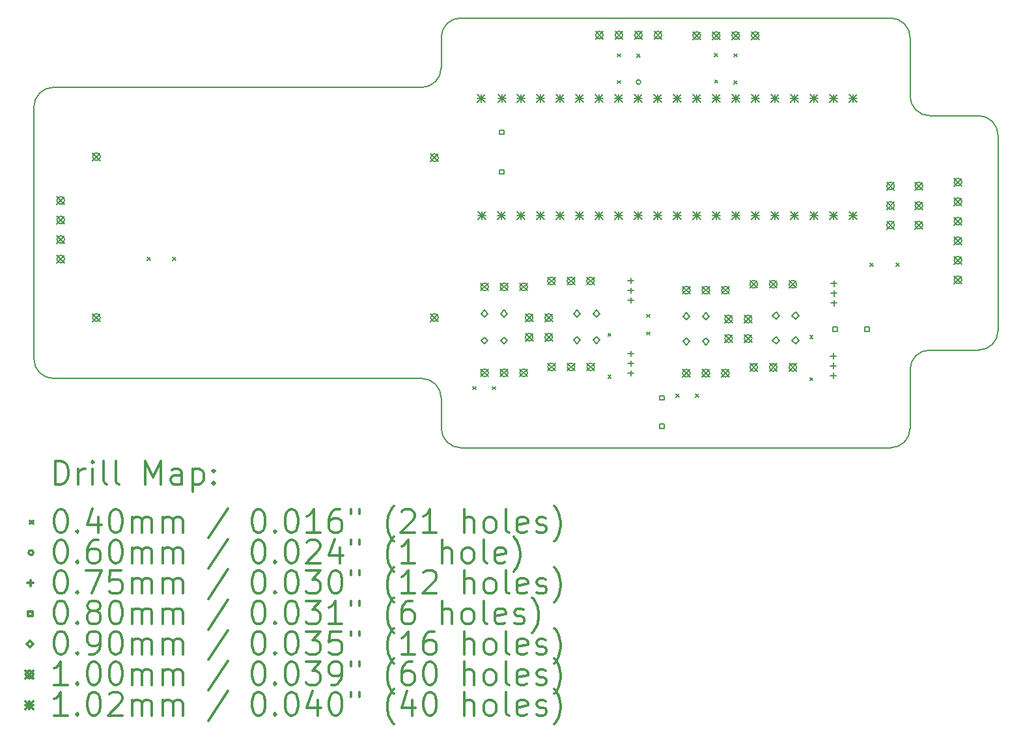
<source format=gbr>
%FSLAX45Y45*%
G04 Gerber Fmt 4.5, Leading zero omitted, Abs format (unit mm)*
G04 Created by KiCad (PCBNEW (5.0.2)-1) date 26/04/2019 16:37:29*
%MOMM*%
%LPD*%
G01*
G04 APERTURE LIST*
%ADD10C,0.150000*%
%ADD11C,0.200000*%
%ADD12C,0.300000*%
G04 APERTURE END LIST*
D10*
X13208000Y-7366000D02*
X13208000Y-7759700D01*
X12954000Y-11798300D02*
G75*
G02X13208000Y-12052300I0J-254000D01*
G01*
X8166100Y-11798300D02*
G75*
G02X7912100Y-11544300I0J254000D01*
G01*
X13462000Y-12700000D02*
G75*
G02X13208000Y-12446000I0J254000D01*
G01*
X7912100Y-8267700D02*
G75*
G02X8166100Y-8013700I254000J0D01*
G01*
X13208000Y-7759700D02*
G75*
G02X12954000Y-8013700I-254000J0D01*
G01*
X19050000Y-7112000D02*
G75*
G02X19304000Y-7366000I0J-254000D01*
G01*
X19558000Y-8382000D02*
G75*
G02X19304000Y-8128000I0J254000D01*
G01*
X20193000Y-8382000D02*
G75*
G02X20447000Y-8636000I0J-254000D01*
G01*
X20447000Y-11176000D02*
G75*
G02X20193000Y-11430000I-254000J0D01*
G01*
X19304000Y-11684000D02*
G75*
G02X19558000Y-11430000I254000J0D01*
G01*
X19304000Y-12446000D02*
G75*
G02X19050000Y-12700000I-254000J0D01*
G01*
X13208000Y-7366000D02*
G75*
G02X13462000Y-7112000I254000J0D01*
G01*
X13208000Y-12052300D02*
X13208000Y-12446000D01*
X8166100Y-11798300D02*
X12954000Y-11798300D01*
X7912100Y-8267700D02*
X7912100Y-11544300D01*
X12954000Y-8013700D02*
X8166100Y-8013700D01*
X19050000Y-12700000D02*
X13462000Y-12700000D01*
X19304000Y-11684000D02*
X19304000Y-12446000D01*
X20193000Y-11430000D02*
X19558000Y-11430000D01*
X20447000Y-8636000D02*
X20447000Y-11176000D01*
X19558000Y-8382000D02*
X20193000Y-8382000D01*
X19304000Y-7366000D02*
X19304000Y-8128000D01*
X13462000Y-7112000D02*
X19050000Y-7112000D01*
D11*
X9385615Y-10223815D02*
X9425615Y-10263815D01*
X9425615Y-10223815D02*
X9385615Y-10263815D01*
X9718355Y-10223815D02*
X9758355Y-10263815D01*
X9758355Y-10223815D02*
X9718355Y-10263815D01*
X13616956Y-11905148D02*
X13656956Y-11945148D01*
X13656956Y-11905148D02*
X13616956Y-11945148D01*
X13870956Y-11905148D02*
X13910956Y-11945148D01*
X13910956Y-11905148D02*
X13870956Y-11945148D01*
X15376925Y-11209938D02*
X15416925Y-11249938D01*
X15416925Y-11209938D02*
X15376925Y-11249938D01*
X15376925Y-11756038D02*
X15416925Y-11796038D01*
X15416925Y-11756038D02*
X15376925Y-11796038D01*
X15496860Y-7577140D02*
X15536860Y-7617140D01*
X15536860Y-7577140D02*
X15496860Y-7617140D01*
X15499400Y-7925120D02*
X15539400Y-7965120D01*
X15539400Y-7925120D02*
X15499400Y-7965120D01*
X15753400Y-7579680D02*
X15793400Y-7619680D01*
X15793400Y-7579680D02*
X15753400Y-7619680D01*
X15880400Y-10965500D02*
X15920400Y-11005500D01*
X15920400Y-10965500D02*
X15880400Y-11005500D01*
X15880400Y-11194100D02*
X15920400Y-11234100D01*
X15920400Y-11194100D02*
X15880400Y-11234100D01*
X16259826Y-12001668D02*
X16299826Y-12041668D01*
X16299826Y-12001668D02*
X16259826Y-12041668D01*
X16513826Y-12001668D02*
X16553826Y-12041668D01*
X16553826Y-12001668D02*
X16513826Y-12041668D01*
X16763050Y-7574600D02*
X16803050Y-7614600D01*
X16803050Y-7574600D02*
X16763050Y-7614600D01*
X16764320Y-7917500D02*
X16804320Y-7957500D01*
X16804320Y-7917500D02*
X16764320Y-7957500D01*
X17017050Y-7577140D02*
X17057050Y-7617140D01*
X17057050Y-7577140D02*
X17017050Y-7617140D01*
X17017050Y-7928930D02*
X17057050Y-7968930D01*
X17057050Y-7928930D02*
X17017050Y-7968930D01*
X18000746Y-11240418D02*
X18040746Y-11280418D01*
X18040746Y-11240418D02*
X18000746Y-11280418D01*
X18000746Y-11786518D02*
X18040746Y-11826518D01*
X18040746Y-11786518D02*
X18000746Y-11826518D01*
X18783620Y-10300020D02*
X18823620Y-10340020D01*
X18823620Y-10300020D02*
X18783620Y-10340020D01*
X19123980Y-10300020D02*
X19163980Y-10340020D01*
X19163980Y-10300020D02*
X19123980Y-10340020D01*
X15803400Y-7945120D02*
G75*
G03X15803400Y-7945120I-30000J0D01*
G01*
X18306496Y-11470568D02*
X18306496Y-11545568D01*
X18268996Y-11508068D02*
X18343996Y-11508068D01*
X18306496Y-11597568D02*
X18306496Y-11672568D01*
X18268996Y-11635068D02*
X18343996Y-11635068D01*
X18306496Y-11724568D02*
X18306496Y-11799568D01*
X18268996Y-11762068D02*
X18343996Y-11762068D01*
X15671473Y-10489925D02*
X15671473Y-10564925D01*
X15633973Y-10527425D02*
X15708973Y-10527425D01*
X15671473Y-10616925D02*
X15671473Y-10691925D01*
X15633973Y-10654425D02*
X15708973Y-10654425D01*
X15671473Y-10743925D02*
X15671473Y-10818925D01*
X15633973Y-10781425D02*
X15708973Y-10781425D01*
X15673785Y-11437548D02*
X15673785Y-11512548D01*
X15636285Y-11475048D02*
X15711285Y-11475048D01*
X15673785Y-11564548D02*
X15673785Y-11639548D01*
X15636285Y-11602048D02*
X15711285Y-11602048D01*
X15673785Y-11691548D02*
X15673785Y-11766548D01*
X15636285Y-11729048D02*
X15711285Y-11729048D01*
X18312846Y-10524418D02*
X18312846Y-10599418D01*
X18275346Y-10561918D02*
X18350346Y-10561918D01*
X18312846Y-10651418D02*
X18312846Y-10726418D01*
X18275346Y-10688918D02*
X18350346Y-10688918D01*
X18312846Y-10778418D02*
X18312846Y-10853418D01*
X18275346Y-10815918D02*
X18350346Y-10815918D01*
X14023684Y-8626185D02*
X14023684Y-8569616D01*
X13967115Y-8569616D01*
X13967115Y-8626185D01*
X14023684Y-8626185D01*
X14023684Y-9140535D02*
X14023684Y-9083966D01*
X13967115Y-9083966D01*
X13967115Y-9140535D01*
X14023684Y-9140535D01*
X16106484Y-12080584D02*
X16106484Y-12024015D01*
X16049915Y-12024015D01*
X16049915Y-12080584D01*
X16106484Y-12080584D01*
X16106484Y-12448884D02*
X16106484Y-12392315D01*
X16049915Y-12392315D01*
X16049915Y-12448884D01*
X16106484Y-12448884D01*
X18355351Y-11188893D02*
X18355351Y-11132324D01*
X18298782Y-11132324D01*
X18298782Y-11188893D01*
X18355351Y-11188893D01*
X18770793Y-11188893D02*
X18770793Y-11132324D01*
X18714224Y-11132324D01*
X18714224Y-11188893D01*
X18770793Y-11188893D01*
X13771576Y-11002408D02*
X13816576Y-10957408D01*
X13771576Y-10912408D01*
X13726576Y-10957408D01*
X13771576Y-11002408D01*
X14025576Y-11002408D02*
X14070576Y-10957408D01*
X14025576Y-10912408D01*
X13980576Y-10957408D01*
X14025576Y-11002408D01*
X14974266Y-11345308D02*
X15019266Y-11300308D01*
X14974266Y-11255308D01*
X14929266Y-11300308D01*
X14974266Y-11345308D01*
X15228266Y-11345308D02*
X15273266Y-11300308D01*
X15228266Y-11255308D01*
X15183266Y-11300308D01*
X15228266Y-11345308D01*
X14974266Y-11002408D02*
X15019266Y-10957408D01*
X14974266Y-10912408D01*
X14929266Y-10957408D01*
X14974266Y-11002408D01*
X15228266Y-11002408D02*
X15273266Y-10957408D01*
X15228266Y-10912408D01*
X15183266Y-10957408D01*
X15228266Y-11002408D01*
X13771576Y-11351658D02*
X13816576Y-11306658D01*
X13771576Y-11261658D01*
X13726576Y-11306658D01*
X13771576Y-11351658D01*
X14025576Y-11351658D02*
X14070576Y-11306658D01*
X14025576Y-11261658D01*
X13980576Y-11306658D01*
X14025576Y-11351658D01*
X17561256Y-11027808D02*
X17606256Y-10982808D01*
X17561256Y-10937808D01*
X17516256Y-10982808D01*
X17561256Y-11027808D01*
X17815256Y-11027808D02*
X17860256Y-10982808D01*
X17815256Y-10937808D01*
X17770256Y-10982808D01*
X17815256Y-11027808D01*
X16395396Y-11363088D02*
X16440396Y-11318088D01*
X16395396Y-11273088D01*
X16350396Y-11318088D01*
X16395396Y-11363088D01*
X16649396Y-11363088D02*
X16694396Y-11318088D01*
X16649396Y-11273088D01*
X16604396Y-11318088D01*
X16649396Y-11363088D01*
X17561256Y-11347848D02*
X17606256Y-11302848D01*
X17561256Y-11257848D01*
X17516256Y-11302848D01*
X17561256Y-11347848D01*
X17815256Y-11347848D02*
X17860256Y-11302848D01*
X17815256Y-11257848D01*
X17770256Y-11302848D01*
X17815256Y-11347848D01*
X16395396Y-11035428D02*
X16440396Y-10990428D01*
X16395396Y-10945428D01*
X16350396Y-10990428D01*
X16395396Y-11035428D01*
X16649396Y-11035428D02*
X16694396Y-10990428D01*
X16649396Y-10945428D01*
X16604396Y-10990428D01*
X16649396Y-11035428D01*
X8674900Y-10957108D02*
X8774900Y-11057108D01*
X8774900Y-10957108D02*
X8674900Y-11057108D01*
X8774900Y-11007108D02*
G75*
G03X8774900Y-11007108I-50000J0D01*
G01*
X13721325Y-10557638D02*
X13821325Y-10657638D01*
X13821325Y-10557638D02*
X13721325Y-10657638D01*
X13821325Y-10607638D02*
G75*
G03X13821325Y-10607638I-50000J0D01*
G01*
X13975325Y-10557638D02*
X14075325Y-10657638D01*
X14075325Y-10557638D02*
X13975325Y-10657638D01*
X14075325Y-10607638D02*
G75*
G03X14075325Y-10607638I-50000J0D01*
G01*
X14229325Y-10557638D02*
X14329325Y-10657638D01*
X14329325Y-10557638D02*
X14229325Y-10657638D01*
X14329325Y-10607638D02*
G75*
G03X14329325Y-10607638I-50000J0D01*
G01*
X14591275Y-10481438D02*
X14691275Y-10581438D01*
X14691275Y-10481438D02*
X14591275Y-10581438D01*
X14691275Y-10531438D02*
G75*
G03X14691275Y-10531438I-50000J0D01*
G01*
X14845275Y-10481438D02*
X14945275Y-10581438D01*
X14945275Y-10481438D02*
X14845275Y-10581438D01*
X14945275Y-10531438D02*
G75*
G03X14945275Y-10531438I-50000J0D01*
G01*
X15099275Y-10481438D02*
X15199275Y-10581438D01*
X15199275Y-10481438D02*
X15099275Y-10581438D01*
X15199275Y-10531438D02*
G75*
G03X15199275Y-10531438I-50000J0D01*
G01*
X14592545Y-11599038D02*
X14692545Y-11699038D01*
X14692545Y-11599038D02*
X14592545Y-11699038D01*
X14692545Y-11649038D02*
G75*
G03X14692545Y-11649038I-50000J0D01*
G01*
X14846545Y-11599038D02*
X14946545Y-11699038D01*
X14946545Y-11599038D02*
X14846545Y-11699038D01*
X14946545Y-11649038D02*
G75*
G03X14946545Y-11649038I-50000J0D01*
G01*
X15100545Y-11599038D02*
X15200545Y-11699038D01*
X15200545Y-11599038D02*
X15100545Y-11699038D01*
X15200545Y-11649038D02*
G75*
G03X15200545Y-11649038I-50000J0D01*
G01*
X13070072Y-8878100D02*
X13170072Y-8978100D01*
X13170072Y-8878100D02*
X13070072Y-8978100D01*
X13170072Y-8928100D02*
G75*
G03X13170072Y-8928100I-50000J0D01*
G01*
X15215400Y-7284250D02*
X15315400Y-7384250D01*
X15315400Y-7284250D02*
X15215400Y-7384250D01*
X15315400Y-7334250D02*
G75*
G03X15315400Y-7334250I-50000J0D01*
G01*
X15469400Y-7284250D02*
X15569400Y-7384250D01*
X15569400Y-7284250D02*
X15469400Y-7384250D01*
X15569400Y-7334250D02*
G75*
G03X15569400Y-7334250I-50000J0D01*
G01*
X15723400Y-7284250D02*
X15823400Y-7384250D01*
X15823400Y-7284250D02*
X15723400Y-7384250D01*
X15823400Y-7334250D02*
G75*
G03X15823400Y-7334250I-50000J0D01*
G01*
X15977400Y-7284250D02*
X16077400Y-7384250D01*
X16077400Y-7284250D02*
X15977400Y-7384250D01*
X16077400Y-7334250D02*
G75*
G03X16077400Y-7334250I-50000J0D01*
G01*
X8210080Y-9434360D02*
X8310080Y-9534360D01*
X8310080Y-9434360D02*
X8210080Y-9534360D01*
X8310080Y-9484360D02*
G75*
G03X8310080Y-9484360I-50000J0D01*
G01*
X8210080Y-9688360D02*
X8310080Y-9788360D01*
X8310080Y-9688360D02*
X8210080Y-9788360D01*
X8310080Y-9738360D02*
G75*
G03X8310080Y-9738360I-50000J0D01*
G01*
X8210080Y-9942360D02*
X8310080Y-10042360D01*
X8310080Y-9942360D02*
X8210080Y-10042360D01*
X8310080Y-9992360D02*
G75*
G03X8310080Y-9992360I-50000J0D01*
G01*
X8210080Y-10196360D02*
X8310080Y-10296360D01*
X8310080Y-10196360D02*
X8210080Y-10296360D01*
X8310080Y-10246360D02*
G75*
G03X8310080Y-10246360I-50000J0D01*
G01*
X16894036Y-10975988D02*
X16994036Y-11075988D01*
X16994036Y-10975988D02*
X16894036Y-11075988D01*
X16994036Y-11025988D02*
G75*
G03X16994036Y-11025988I-50000J0D01*
G01*
X16894036Y-11229988D02*
X16994036Y-11329988D01*
X16994036Y-11229988D02*
X16894036Y-11329988D01*
X16994036Y-11279988D02*
G75*
G03X16994036Y-11279988I-50000J0D01*
G01*
X17148036Y-10975988D02*
X17248036Y-11075988D01*
X17248036Y-10975988D02*
X17148036Y-11075988D01*
X17248036Y-11025988D02*
G75*
G03X17248036Y-11025988I-50000J0D01*
G01*
X17148036Y-11229988D02*
X17248036Y-11329988D01*
X17248036Y-11229988D02*
X17148036Y-11329988D01*
X17248036Y-11279988D02*
G75*
G03X17248036Y-11279988I-50000J0D01*
G01*
X8674900Y-8865400D02*
X8774900Y-8965400D01*
X8774900Y-8865400D02*
X8674900Y-8965400D01*
X8774900Y-8915400D02*
G75*
G03X8774900Y-8915400I-50000J0D01*
G01*
X17221446Y-11604118D02*
X17321446Y-11704118D01*
X17321446Y-11604118D02*
X17221446Y-11704118D01*
X17321446Y-11654118D02*
G75*
G03X17321446Y-11654118I-50000J0D01*
G01*
X17475446Y-11604118D02*
X17575446Y-11704118D01*
X17575446Y-11604118D02*
X17475446Y-11704118D01*
X17575446Y-11654118D02*
G75*
G03X17575446Y-11654118I-50000J0D01*
G01*
X17729446Y-11604118D02*
X17829446Y-11704118D01*
X17829446Y-11604118D02*
X17729446Y-11704118D01*
X17829446Y-11654118D02*
G75*
G03X17829446Y-11654118I-50000J0D01*
G01*
X14301966Y-10958208D02*
X14401966Y-11058208D01*
X14401966Y-10958208D02*
X14301966Y-11058208D01*
X14401966Y-11008208D02*
G75*
G03X14401966Y-11008208I-50000J0D01*
G01*
X14301966Y-11212208D02*
X14401966Y-11312208D01*
X14401966Y-11212208D02*
X14301966Y-11312208D01*
X14401966Y-11262208D02*
G75*
G03X14401966Y-11262208I-50000J0D01*
G01*
X14555966Y-10958208D02*
X14655966Y-11058208D01*
X14655966Y-10958208D02*
X14555966Y-11058208D01*
X14655966Y-11008208D02*
G75*
G03X14655966Y-11008208I-50000J0D01*
G01*
X14555966Y-11212208D02*
X14655966Y-11312208D01*
X14655966Y-11212208D02*
X14555966Y-11312208D01*
X14655966Y-11262208D02*
G75*
G03X14655966Y-11262208I-50000J0D01*
G01*
X17221446Y-10524618D02*
X17321446Y-10624618D01*
X17321446Y-10524618D02*
X17221446Y-10624618D01*
X17321446Y-10574618D02*
G75*
G03X17321446Y-10574618I-50000J0D01*
G01*
X17475446Y-10524618D02*
X17575446Y-10624618D01*
X17575446Y-10524618D02*
X17475446Y-10624618D01*
X17575446Y-10574618D02*
G75*
G03X17575446Y-10574618I-50000J0D01*
G01*
X17729446Y-10524618D02*
X17829446Y-10624618D01*
X17829446Y-10524618D02*
X17729446Y-10624618D01*
X17829446Y-10574618D02*
G75*
G03X17829446Y-10574618I-50000J0D01*
G01*
X13721325Y-11675238D02*
X13821325Y-11775238D01*
X13821325Y-11675238D02*
X13721325Y-11775238D01*
X13821325Y-11725238D02*
G75*
G03X13821325Y-11725238I-50000J0D01*
G01*
X13975325Y-11675238D02*
X14075325Y-11775238D01*
X14075325Y-11675238D02*
X13975325Y-11775238D01*
X14075325Y-11725238D02*
G75*
G03X14075325Y-11725238I-50000J0D01*
G01*
X14229325Y-11675238D02*
X14329325Y-11775238D01*
X14329325Y-11675238D02*
X14229325Y-11775238D01*
X14329325Y-11725238D02*
G75*
G03X14329325Y-11725238I-50000J0D01*
G01*
X16345145Y-11680318D02*
X16445145Y-11780318D01*
X16445145Y-11680318D02*
X16345145Y-11780318D01*
X16445145Y-11730318D02*
G75*
G03X16445145Y-11730318I-50000J0D01*
G01*
X16599145Y-11680318D02*
X16699145Y-11780318D01*
X16699145Y-11680318D02*
X16599145Y-11780318D01*
X16699145Y-11730318D02*
G75*
G03X16699145Y-11730318I-50000J0D01*
G01*
X16853146Y-11680318D02*
X16953146Y-11780318D01*
X16953146Y-11680318D02*
X16853146Y-11780318D01*
X16953146Y-11730318D02*
G75*
G03X16953146Y-11730318I-50000J0D01*
G01*
X16479050Y-7290600D02*
X16579050Y-7390600D01*
X16579050Y-7290600D02*
X16479050Y-7390600D01*
X16579050Y-7340600D02*
G75*
G03X16579050Y-7340600I-50000J0D01*
G01*
X16733050Y-7290600D02*
X16833050Y-7390600D01*
X16833050Y-7290600D02*
X16733050Y-7390600D01*
X16833050Y-7340600D02*
G75*
G03X16833050Y-7340600I-50000J0D01*
G01*
X16987050Y-7290600D02*
X17087050Y-7390600D01*
X17087050Y-7290600D02*
X16987050Y-7390600D01*
X17087050Y-7340600D02*
G75*
G03X17087050Y-7340600I-50000J0D01*
G01*
X17241050Y-7290600D02*
X17341050Y-7390600D01*
X17341050Y-7290600D02*
X17241050Y-7390600D01*
X17341050Y-7340600D02*
G75*
G03X17341050Y-7340600I-50000J0D01*
G01*
X13070072Y-10957108D02*
X13170072Y-11057108D01*
X13170072Y-10957108D02*
X13070072Y-11057108D01*
X13170072Y-11007108D02*
G75*
G03X13170072Y-11007108I-50000J0D01*
G01*
X19000000Y-9246400D02*
X19100000Y-9346400D01*
X19100000Y-9246400D02*
X19000000Y-9346400D01*
X19100000Y-9296400D02*
G75*
G03X19100000Y-9296400I-50000J0D01*
G01*
X19000000Y-9500400D02*
X19100000Y-9600400D01*
X19100000Y-9500400D02*
X19000000Y-9600400D01*
X19100000Y-9550400D02*
G75*
G03X19100000Y-9550400I-50000J0D01*
G01*
X19000000Y-9754400D02*
X19100000Y-9854400D01*
X19100000Y-9754400D02*
X19000000Y-9854400D01*
X19100000Y-9804400D02*
G75*
G03X19100000Y-9804400I-50000J0D01*
G01*
X16345145Y-10600818D02*
X16445145Y-10700818D01*
X16445145Y-10600818D02*
X16345145Y-10700818D01*
X16445145Y-10650818D02*
G75*
G03X16445145Y-10650818I-50000J0D01*
G01*
X16599145Y-10600818D02*
X16699145Y-10700818D01*
X16699145Y-10600818D02*
X16599145Y-10700818D01*
X16699145Y-10650818D02*
G75*
G03X16699145Y-10650818I-50000J0D01*
G01*
X16853146Y-10600818D02*
X16953146Y-10700818D01*
X16953146Y-10600818D02*
X16853146Y-10700818D01*
X16953146Y-10650818D02*
G75*
G03X16953146Y-10650818I-50000J0D01*
G01*
X19876300Y-9195600D02*
X19976300Y-9295600D01*
X19976300Y-9195600D02*
X19876300Y-9295600D01*
X19976300Y-9245600D02*
G75*
G03X19976300Y-9245600I-50000J0D01*
G01*
X19876300Y-9449600D02*
X19976300Y-9549600D01*
X19976300Y-9449600D02*
X19876300Y-9549600D01*
X19976300Y-9499600D02*
G75*
G03X19976300Y-9499600I-50000J0D01*
G01*
X19876300Y-9703600D02*
X19976300Y-9803600D01*
X19976300Y-9703600D02*
X19876300Y-9803600D01*
X19976300Y-9753600D02*
G75*
G03X19976300Y-9753600I-50000J0D01*
G01*
X19876300Y-9957600D02*
X19976300Y-10057600D01*
X19976300Y-9957600D02*
X19876300Y-10057600D01*
X19976300Y-10007600D02*
G75*
G03X19976300Y-10007600I-50000J0D01*
G01*
X19876300Y-10211600D02*
X19976300Y-10311600D01*
X19976300Y-10211600D02*
X19876300Y-10311600D01*
X19976300Y-10261600D02*
G75*
G03X19976300Y-10261600I-50000J0D01*
G01*
X19876300Y-10465600D02*
X19976300Y-10565600D01*
X19976300Y-10465600D02*
X19876300Y-10565600D01*
X19976300Y-10515600D02*
G75*
G03X19976300Y-10515600I-50000J0D01*
G01*
X19368300Y-9246400D02*
X19468300Y-9346400D01*
X19468300Y-9246400D02*
X19368300Y-9346400D01*
X19468300Y-9296400D02*
G75*
G03X19468300Y-9296400I-50000J0D01*
G01*
X19368300Y-9500400D02*
X19468300Y-9600400D01*
X19468300Y-9500400D02*
X19368300Y-9600400D01*
X19468300Y-9550400D02*
G75*
G03X19468300Y-9550400I-50000J0D01*
G01*
X19368300Y-9754400D02*
X19468300Y-9854400D01*
X19468300Y-9754400D02*
X19368300Y-9854400D01*
X19468300Y-9804400D02*
G75*
G03X19468300Y-9804400I-50000J0D01*
G01*
X13680440Y-8102600D02*
X13782040Y-8204200D01*
X13782040Y-8102600D02*
X13680440Y-8204200D01*
X13731240Y-8102600D02*
X13731240Y-8204200D01*
X13680440Y-8153400D02*
X13782040Y-8153400D01*
X13685520Y-9626600D02*
X13787120Y-9728200D01*
X13787120Y-9626600D02*
X13685520Y-9728200D01*
X13736320Y-9626600D02*
X13736320Y-9728200D01*
X13685520Y-9677400D02*
X13787120Y-9677400D01*
X13939520Y-9626600D02*
X14041120Y-9728200D01*
X14041120Y-9626600D02*
X13939520Y-9728200D01*
X13990320Y-9626600D02*
X13990320Y-9728200D01*
X13939520Y-9677400D02*
X14041120Y-9677400D01*
X13944600Y-8102600D02*
X14046200Y-8204200D01*
X14046200Y-8102600D02*
X13944600Y-8204200D01*
X13995400Y-8102600D02*
X13995400Y-8204200D01*
X13944600Y-8153400D02*
X14046200Y-8153400D01*
X14193520Y-8102600D02*
X14295120Y-8204200D01*
X14295120Y-8102600D02*
X14193520Y-8204200D01*
X14244320Y-8102600D02*
X14244320Y-8204200D01*
X14193520Y-8153400D02*
X14295120Y-8153400D01*
X14193520Y-9626600D02*
X14295120Y-9728200D01*
X14295120Y-9626600D02*
X14193520Y-9728200D01*
X14244320Y-9626600D02*
X14244320Y-9728200D01*
X14193520Y-9677400D02*
X14295120Y-9677400D01*
X14447520Y-8102600D02*
X14549120Y-8204200D01*
X14549120Y-8102600D02*
X14447520Y-8204200D01*
X14498320Y-8102600D02*
X14498320Y-8204200D01*
X14447520Y-8153400D02*
X14549120Y-8153400D01*
X14447520Y-9626600D02*
X14549120Y-9728200D01*
X14549120Y-9626600D02*
X14447520Y-9728200D01*
X14498320Y-9626600D02*
X14498320Y-9728200D01*
X14447520Y-9677400D02*
X14549120Y-9677400D01*
X14701520Y-8102600D02*
X14803120Y-8204200D01*
X14803120Y-8102600D02*
X14701520Y-8204200D01*
X14752320Y-8102600D02*
X14752320Y-8204200D01*
X14701520Y-8153400D02*
X14803120Y-8153400D01*
X14701520Y-9626600D02*
X14803120Y-9728200D01*
X14803120Y-9626600D02*
X14701520Y-9728200D01*
X14752320Y-9626600D02*
X14752320Y-9728200D01*
X14701520Y-9677400D02*
X14803120Y-9677400D01*
X14955520Y-8102600D02*
X15057120Y-8204200D01*
X15057120Y-8102600D02*
X14955520Y-8204200D01*
X15006320Y-8102600D02*
X15006320Y-8204200D01*
X14955520Y-8153400D02*
X15057120Y-8153400D01*
X14955520Y-9626600D02*
X15057120Y-9728200D01*
X15057120Y-9626600D02*
X14955520Y-9728200D01*
X15006320Y-9626600D02*
X15006320Y-9728200D01*
X14955520Y-9677400D02*
X15057120Y-9677400D01*
X15209520Y-8102600D02*
X15311120Y-8204200D01*
X15311120Y-8102600D02*
X15209520Y-8204200D01*
X15260320Y-8102600D02*
X15260320Y-8204200D01*
X15209520Y-8153400D02*
X15311120Y-8153400D01*
X15209520Y-9626600D02*
X15311120Y-9728200D01*
X15311120Y-9626600D02*
X15209520Y-9728200D01*
X15260320Y-9626600D02*
X15260320Y-9728200D01*
X15209520Y-9677400D02*
X15311120Y-9677400D01*
X15463520Y-8102600D02*
X15565120Y-8204200D01*
X15565120Y-8102600D02*
X15463520Y-8204200D01*
X15514320Y-8102600D02*
X15514320Y-8204200D01*
X15463520Y-8153400D02*
X15565120Y-8153400D01*
X15463520Y-9626600D02*
X15565120Y-9728200D01*
X15565120Y-9626600D02*
X15463520Y-9728200D01*
X15514320Y-9626600D02*
X15514320Y-9728200D01*
X15463520Y-9677400D02*
X15565120Y-9677400D01*
X15717520Y-8102600D02*
X15819120Y-8204200D01*
X15819120Y-8102600D02*
X15717520Y-8204200D01*
X15768320Y-8102600D02*
X15768320Y-8204200D01*
X15717520Y-8153400D02*
X15819120Y-8153400D01*
X15717520Y-9626600D02*
X15819120Y-9728200D01*
X15819120Y-9626600D02*
X15717520Y-9728200D01*
X15768320Y-9626600D02*
X15768320Y-9728200D01*
X15717520Y-9677400D02*
X15819120Y-9677400D01*
X15971520Y-8102600D02*
X16073120Y-8204200D01*
X16073120Y-8102600D02*
X15971520Y-8204200D01*
X16022320Y-8102600D02*
X16022320Y-8204200D01*
X15971520Y-8153400D02*
X16073120Y-8153400D01*
X15971520Y-9626600D02*
X16073120Y-9728200D01*
X16073120Y-9626600D02*
X15971520Y-9728200D01*
X16022320Y-9626600D02*
X16022320Y-9728200D01*
X15971520Y-9677400D02*
X16073120Y-9677400D01*
X16225520Y-8102600D02*
X16327120Y-8204200D01*
X16327120Y-8102600D02*
X16225520Y-8204200D01*
X16276320Y-8102600D02*
X16276320Y-8204200D01*
X16225520Y-8153400D02*
X16327120Y-8153400D01*
X16225520Y-9626600D02*
X16327120Y-9728200D01*
X16327120Y-9626600D02*
X16225520Y-9728200D01*
X16276320Y-9626600D02*
X16276320Y-9728200D01*
X16225520Y-9677400D02*
X16327120Y-9677400D01*
X16479520Y-8102600D02*
X16581120Y-8204200D01*
X16581120Y-8102600D02*
X16479520Y-8204200D01*
X16530320Y-8102600D02*
X16530320Y-8204200D01*
X16479520Y-8153400D02*
X16581120Y-8153400D01*
X16479520Y-9626600D02*
X16581120Y-9728200D01*
X16581120Y-9626600D02*
X16479520Y-9728200D01*
X16530320Y-9626600D02*
X16530320Y-9728200D01*
X16479520Y-9677400D02*
X16581120Y-9677400D01*
X16733520Y-8102600D02*
X16835120Y-8204200D01*
X16835120Y-8102600D02*
X16733520Y-8204200D01*
X16784320Y-8102600D02*
X16784320Y-8204200D01*
X16733520Y-8153400D02*
X16835120Y-8153400D01*
X16733520Y-9626600D02*
X16835120Y-9728200D01*
X16835120Y-9626600D02*
X16733520Y-9728200D01*
X16784320Y-9626600D02*
X16784320Y-9728200D01*
X16733520Y-9677400D02*
X16835120Y-9677400D01*
X16987520Y-8102600D02*
X17089120Y-8204200D01*
X17089120Y-8102600D02*
X16987520Y-8204200D01*
X17038320Y-8102600D02*
X17038320Y-8204200D01*
X16987520Y-8153400D02*
X17089120Y-8153400D01*
X16987520Y-9626600D02*
X17089120Y-9728200D01*
X17089120Y-9626600D02*
X16987520Y-9728200D01*
X17038320Y-9626600D02*
X17038320Y-9728200D01*
X16987520Y-9677400D02*
X17089120Y-9677400D01*
X17241520Y-8102600D02*
X17343120Y-8204200D01*
X17343120Y-8102600D02*
X17241520Y-8204200D01*
X17292320Y-8102600D02*
X17292320Y-8204200D01*
X17241520Y-8153400D02*
X17343120Y-8153400D01*
X17241520Y-9626600D02*
X17343120Y-9728200D01*
X17343120Y-9626600D02*
X17241520Y-9728200D01*
X17292320Y-9626600D02*
X17292320Y-9728200D01*
X17241520Y-9677400D02*
X17343120Y-9677400D01*
X17495520Y-8102600D02*
X17597120Y-8204200D01*
X17597120Y-8102600D02*
X17495520Y-8204200D01*
X17546320Y-8102600D02*
X17546320Y-8204200D01*
X17495520Y-8153400D02*
X17597120Y-8153400D01*
X17495520Y-9626600D02*
X17597120Y-9728200D01*
X17597120Y-9626600D02*
X17495520Y-9728200D01*
X17546320Y-9626600D02*
X17546320Y-9728200D01*
X17495520Y-9677400D02*
X17597120Y-9677400D01*
X17749520Y-8102600D02*
X17851120Y-8204200D01*
X17851120Y-8102600D02*
X17749520Y-8204200D01*
X17800320Y-8102600D02*
X17800320Y-8204200D01*
X17749520Y-8153400D02*
X17851120Y-8153400D01*
X17749520Y-9626600D02*
X17851120Y-9728200D01*
X17851120Y-9626600D02*
X17749520Y-9728200D01*
X17800320Y-9626600D02*
X17800320Y-9728200D01*
X17749520Y-9677400D02*
X17851120Y-9677400D01*
X18003520Y-8102600D02*
X18105120Y-8204200D01*
X18105120Y-8102600D02*
X18003520Y-8204200D01*
X18054320Y-8102600D02*
X18054320Y-8204200D01*
X18003520Y-8153400D02*
X18105120Y-8153400D01*
X18003520Y-9626600D02*
X18105120Y-9728200D01*
X18105120Y-9626600D02*
X18003520Y-9728200D01*
X18054320Y-9626600D02*
X18054320Y-9728200D01*
X18003520Y-9677400D02*
X18105120Y-9677400D01*
X18257520Y-8102600D02*
X18359120Y-8204200D01*
X18359120Y-8102600D02*
X18257520Y-8204200D01*
X18308320Y-8102600D02*
X18308320Y-8204200D01*
X18257520Y-8153400D02*
X18359120Y-8153400D01*
X18257520Y-9626600D02*
X18359120Y-9728200D01*
X18359120Y-9626600D02*
X18257520Y-9728200D01*
X18308320Y-9626600D02*
X18308320Y-9728200D01*
X18257520Y-9677400D02*
X18359120Y-9677400D01*
X18511520Y-8102600D02*
X18613120Y-8204200D01*
X18613120Y-8102600D02*
X18511520Y-8204200D01*
X18562320Y-8102600D02*
X18562320Y-8204200D01*
X18511520Y-8153400D02*
X18613120Y-8153400D01*
X18511520Y-9626600D02*
X18613120Y-9728200D01*
X18613120Y-9626600D02*
X18511520Y-9728200D01*
X18562320Y-9626600D02*
X18562320Y-9728200D01*
X18511520Y-9677400D02*
X18613120Y-9677400D01*
D12*
X8191028Y-13173214D02*
X8191028Y-12873214D01*
X8262457Y-12873214D01*
X8305314Y-12887500D01*
X8333886Y-12916071D01*
X8348171Y-12944643D01*
X8362457Y-13001786D01*
X8362457Y-13044643D01*
X8348171Y-13101786D01*
X8333886Y-13130357D01*
X8305314Y-13158929D01*
X8262457Y-13173214D01*
X8191028Y-13173214D01*
X8491028Y-13173214D02*
X8491028Y-12973214D01*
X8491028Y-13030357D02*
X8505314Y-13001786D01*
X8519600Y-12987500D01*
X8548171Y-12973214D01*
X8576743Y-12973214D01*
X8676743Y-13173214D02*
X8676743Y-12973214D01*
X8676743Y-12873214D02*
X8662457Y-12887500D01*
X8676743Y-12901786D01*
X8691028Y-12887500D01*
X8676743Y-12873214D01*
X8676743Y-12901786D01*
X8862457Y-13173214D02*
X8833886Y-13158929D01*
X8819600Y-13130357D01*
X8819600Y-12873214D01*
X9019600Y-13173214D02*
X8991028Y-13158929D01*
X8976743Y-13130357D01*
X8976743Y-12873214D01*
X9362457Y-13173214D02*
X9362457Y-12873214D01*
X9462457Y-13087500D01*
X9562457Y-12873214D01*
X9562457Y-13173214D01*
X9833886Y-13173214D02*
X9833886Y-13016071D01*
X9819600Y-12987500D01*
X9791028Y-12973214D01*
X9733886Y-12973214D01*
X9705314Y-12987500D01*
X9833886Y-13158929D02*
X9805314Y-13173214D01*
X9733886Y-13173214D01*
X9705314Y-13158929D01*
X9691028Y-13130357D01*
X9691028Y-13101786D01*
X9705314Y-13073214D01*
X9733886Y-13058929D01*
X9805314Y-13058929D01*
X9833886Y-13044643D01*
X9976743Y-12973214D02*
X9976743Y-13273214D01*
X9976743Y-12987500D02*
X10005314Y-12973214D01*
X10062457Y-12973214D01*
X10091028Y-12987500D01*
X10105314Y-13001786D01*
X10119600Y-13030357D01*
X10119600Y-13116071D01*
X10105314Y-13144643D01*
X10091028Y-13158929D01*
X10062457Y-13173214D01*
X10005314Y-13173214D01*
X9976743Y-13158929D01*
X10248171Y-13144643D02*
X10262457Y-13158929D01*
X10248171Y-13173214D01*
X10233886Y-13158929D01*
X10248171Y-13144643D01*
X10248171Y-13173214D01*
X10248171Y-12987500D02*
X10262457Y-13001786D01*
X10248171Y-13016071D01*
X10233886Y-13001786D01*
X10248171Y-12987500D01*
X10248171Y-13016071D01*
X7864600Y-13647500D02*
X7904600Y-13687500D01*
X7904600Y-13647500D02*
X7864600Y-13687500D01*
X8248171Y-13503214D02*
X8276743Y-13503214D01*
X8305314Y-13517500D01*
X8319600Y-13531786D01*
X8333886Y-13560357D01*
X8348171Y-13617500D01*
X8348171Y-13688929D01*
X8333886Y-13746071D01*
X8319600Y-13774643D01*
X8305314Y-13788929D01*
X8276743Y-13803214D01*
X8248171Y-13803214D01*
X8219600Y-13788929D01*
X8205314Y-13774643D01*
X8191028Y-13746071D01*
X8176743Y-13688929D01*
X8176743Y-13617500D01*
X8191028Y-13560357D01*
X8205314Y-13531786D01*
X8219600Y-13517500D01*
X8248171Y-13503214D01*
X8476743Y-13774643D02*
X8491028Y-13788929D01*
X8476743Y-13803214D01*
X8462457Y-13788929D01*
X8476743Y-13774643D01*
X8476743Y-13803214D01*
X8748171Y-13603214D02*
X8748171Y-13803214D01*
X8676743Y-13488929D02*
X8605314Y-13703214D01*
X8791028Y-13703214D01*
X8962457Y-13503214D02*
X8991028Y-13503214D01*
X9019600Y-13517500D01*
X9033886Y-13531786D01*
X9048171Y-13560357D01*
X9062457Y-13617500D01*
X9062457Y-13688929D01*
X9048171Y-13746071D01*
X9033886Y-13774643D01*
X9019600Y-13788929D01*
X8991028Y-13803214D01*
X8962457Y-13803214D01*
X8933886Y-13788929D01*
X8919600Y-13774643D01*
X8905314Y-13746071D01*
X8891028Y-13688929D01*
X8891028Y-13617500D01*
X8905314Y-13560357D01*
X8919600Y-13531786D01*
X8933886Y-13517500D01*
X8962457Y-13503214D01*
X9191028Y-13803214D02*
X9191028Y-13603214D01*
X9191028Y-13631786D02*
X9205314Y-13617500D01*
X9233886Y-13603214D01*
X9276743Y-13603214D01*
X9305314Y-13617500D01*
X9319600Y-13646071D01*
X9319600Y-13803214D01*
X9319600Y-13646071D02*
X9333886Y-13617500D01*
X9362457Y-13603214D01*
X9405314Y-13603214D01*
X9433886Y-13617500D01*
X9448171Y-13646071D01*
X9448171Y-13803214D01*
X9591028Y-13803214D02*
X9591028Y-13603214D01*
X9591028Y-13631786D02*
X9605314Y-13617500D01*
X9633886Y-13603214D01*
X9676743Y-13603214D01*
X9705314Y-13617500D01*
X9719600Y-13646071D01*
X9719600Y-13803214D01*
X9719600Y-13646071D02*
X9733886Y-13617500D01*
X9762457Y-13603214D01*
X9805314Y-13603214D01*
X9833886Y-13617500D01*
X9848171Y-13646071D01*
X9848171Y-13803214D01*
X10433886Y-13488929D02*
X10176743Y-13874643D01*
X10819600Y-13503214D02*
X10848171Y-13503214D01*
X10876743Y-13517500D01*
X10891028Y-13531786D01*
X10905314Y-13560357D01*
X10919600Y-13617500D01*
X10919600Y-13688929D01*
X10905314Y-13746071D01*
X10891028Y-13774643D01*
X10876743Y-13788929D01*
X10848171Y-13803214D01*
X10819600Y-13803214D01*
X10791028Y-13788929D01*
X10776743Y-13774643D01*
X10762457Y-13746071D01*
X10748171Y-13688929D01*
X10748171Y-13617500D01*
X10762457Y-13560357D01*
X10776743Y-13531786D01*
X10791028Y-13517500D01*
X10819600Y-13503214D01*
X11048171Y-13774643D02*
X11062457Y-13788929D01*
X11048171Y-13803214D01*
X11033886Y-13788929D01*
X11048171Y-13774643D01*
X11048171Y-13803214D01*
X11248171Y-13503214D02*
X11276743Y-13503214D01*
X11305314Y-13517500D01*
X11319600Y-13531786D01*
X11333886Y-13560357D01*
X11348171Y-13617500D01*
X11348171Y-13688929D01*
X11333886Y-13746071D01*
X11319600Y-13774643D01*
X11305314Y-13788929D01*
X11276743Y-13803214D01*
X11248171Y-13803214D01*
X11219600Y-13788929D01*
X11205314Y-13774643D01*
X11191028Y-13746071D01*
X11176743Y-13688929D01*
X11176743Y-13617500D01*
X11191028Y-13560357D01*
X11205314Y-13531786D01*
X11219600Y-13517500D01*
X11248171Y-13503214D01*
X11633886Y-13803214D02*
X11462457Y-13803214D01*
X11548171Y-13803214D02*
X11548171Y-13503214D01*
X11519600Y-13546071D01*
X11491028Y-13574643D01*
X11462457Y-13588929D01*
X11891028Y-13503214D02*
X11833886Y-13503214D01*
X11805314Y-13517500D01*
X11791028Y-13531786D01*
X11762457Y-13574643D01*
X11748171Y-13631786D01*
X11748171Y-13746071D01*
X11762457Y-13774643D01*
X11776743Y-13788929D01*
X11805314Y-13803214D01*
X11862457Y-13803214D01*
X11891028Y-13788929D01*
X11905314Y-13774643D01*
X11919600Y-13746071D01*
X11919600Y-13674643D01*
X11905314Y-13646071D01*
X11891028Y-13631786D01*
X11862457Y-13617500D01*
X11805314Y-13617500D01*
X11776743Y-13631786D01*
X11762457Y-13646071D01*
X11748171Y-13674643D01*
X12033886Y-13503214D02*
X12033886Y-13560357D01*
X12148171Y-13503214D02*
X12148171Y-13560357D01*
X12591028Y-13917500D02*
X12576743Y-13903214D01*
X12548171Y-13860357D01*
X12533886Y-13831786D01*
X12519600Y-13788929D01*
X12505314Y-13717500D01*
X12505314Y-13660357D01*
X12519600Y-13588929D01*
X12533886Y-13546071D01*
X12548171Y-13517500D01*
X12576743Y-13474643D01*
X12591028Y-13460357D01*
X12691028Y-13531786D02*
X12705314Y-13517500D01*
X12733886Y-13503214D01*
X12805314Y-13503214D01*
X12833886Y-13517500D01*
X12848171Y-13531786D01*
X12862457Y-13560357D01*
X12862457Y-13588929D01*
X12848171Y-13631786D01*
X12676743Y-13803214D01*
X12862457Y-13803214D01*
X13148171Y-13803214D02*
X12976743Y-13803214D01*
X13062457Y-13803214D02*
X13062457Y-13503214D01*
X13033886Y-13546071D01*
X13005314Y-13574643D01*
X12976743Y-13588929D01*
X13505314Y-13803214D02*
X13505314Y-13503214D01*
X13633886Y-13803214D02*
X13633886Y-13646071D01*
X13619600Y-13617500D01*
X13591028Y-13603214D01*
X13548171Y-13603214D01*
X13519600Y-13617500D01*
X13505314Y-13631786D01*
X13819600Y-13803214D02*
X13791028Y-13788929D01*
X13776743Y-13774643D01*
X13762457Y-13746071D01*
X13762457Y-13660357D01*
X13776743Y-13631786D01*
X13791028Y-13617500D01*
X13819600Y-13603214D01*
X13862457Y-13603214D01*
X13891028Y-13617500D01*
X13905314Y-13631786D01*
X13919600Y-13660357D01*
X13919600Y-13746071D01*
X13905314Y-13774643D01*
X13891028Y-13788929D01*
X13862457Y-13803214D01*
X13819600Y-13803214D01*
X14091028Y-13803214D02*
X14062457Y-13788929D01*
X14048171Y-13760357D01*
X14048171Y-13503214D01*
X14319600Y-13788929D02*
X14291028Y-13803214D01*
X14233886Y-13803214D01*
X14205314Y-13788929D01*
X14191028Y-13760357D01*
X14191028Y-13646071D01*
X14205314Y-13617500D01*
X14233886Y-13603214D01*
X14291028Y-13603214D01*
X14319600Y-13617500D01*
X14333886Y-13646071D01*
X14333886Y-13674643D01*
X14191028Y-13703214D01*
X14448171Y-13788929D02*
X14476743Y-13803214D01*
X14533886Y-13803214D01*
X14562457Y-13788929D01*
X14576743Y-13760357D01*
X14576743Y-13746071D01*
X14562457Y-13717500D01*
X14533886Y-13703214D01*
X14491028Y-13703214D01*
X14462457Y-13688929D01*
X14448171Y-13660357D01*
X14448171Y-13646071D01*
X14462457Y-13617500D01*
X14491028Y-13603214D01*
X14533886Y-13603214D01*
X14562457Y-13617500D01*
X14676743Y-13917500D02*
X14691028Y-13903214D01*
X14719600Y-13860357D01*
X14733886Y-13831786D01*
X14748171Y-13788929D01*
X14762457Y-13717500D01*
X14762457Y-13660357D01*
X14748171Y-13588929D01*
X14733886Y-13546071D01*
X14719600Y-13517500D01*
X14691028Y-13474643D01*
X14676743Y-13460357D01*
X7904600Y-14063500D02*
G75*
G03X7904600Y-14063500I-30000J0D01*
G01*
X8248171Y-13899214D02*
X8276743Y-13899214D01*
X8305314Y-13913500D01*
X8319600Y-13927786D01*
X8333886Y-13956357D01*
X8348171Y-14013500D01*
X8348171Y-14084929D01*
X8333886Y-14142071D01*
X8319600Y-14170643D01*
X8305314Y-14184929D01*
X8276743Y-14199214D01*
X8248171Y-14199214D01*
X8219600Y-14184929D01*
X8205314Y-14170643D01*
X8191028Y-14142071D01*
X8176743Y-14084929D01*
X8176743Y-14013500D01*
X8191028Y-13956357D01*
X8205314Y-13927786D01*
X8219600Y-13913500D01*
X8248171Y-13899214D01*
X8476743Y-14170643D02*
X8491028Y-14184929D01*
X8476743Y-14199214D01*
X8462457Y-14184929D01*
X8476743Y-14170643D01*
X8476743Y-14199214D01*
X8748171Y-13899214D02*
X8691028Y-13899214D01*
X8662457Y-13913500D01*
X8648171Y-13927786D01*
X8619600Y-13970643D01*
X8605314Y-14027786D01*
X8605314Y-14142071D01*
X8619600Y-14170643D01*
X8633886Y-14184929D01*
X8662457Y-14199214D01*
X8719600Y-14199214D01*
X8748171Y-14184929D01*
X8762457Y-14170643D01*
X8776743Y-14142071D01*
X8776743Y-14070643D01*
X8762457Y-14042071D01*
X8748171Y-14027786D01*
X8719600Y-14013500D01*
X8662457Y-14013500D01*
X8633886Y-14027786D01*
X8619600Y-14042071D01*
X8605314Y-14070643D01*
X8962457Y-13899214D02*
X8991028Y-13899214D01*
X9019600Y-13913500D01*
X9033886Y-13927786D01*
X9048171Y-13956357D01*
X9062457Y-14013500D01*
X9062457Y-14084929D01*
X9048171Y-14142071D01*
X9033886Y-14170643D01*
X9019600Y-14184929D01*
X8991028Y-14199214D01*
X8962457Y-14199214D01*
X8933886Y-14184929D01*
X8919600Y-14170643D01*
X8905314Y-14142071D01*
X8891028Y-14084929D01*
X8891028Y-14013500D01*
X8905314Y-13956357D01*
X8919600Y-13927786D01*
X8933886Y-13913500D01*
X8962457Y-13899214D01*
X9191028Y-14199214D02*
X9191028Y-13999214D01*
X9191028Y-14027786D02*
X9205314Y-14013500D01*
X9233886Y-13999214D01*
X9276743Y-13999214D01*
X9305314Y-14013500D01*
X9319600Y-14042071D01*
X9319600Y-14199214D01*
X9319600Y-14042071D02*
X9333886Y-14013500D01*
X9362457Y-13999214D01*
X9405314Y-13999214D01*
X9433886Y-14013500D01*
X9448171Y-14042071D01*
X9448171Y-14199214D01*
X9591028Y-14199214D02*
X9591028Y-13999214D01*
X9591028Y-14027786D02*
X9605314Y-14013500D01*
X9633886Y-13999214D01*
X9676743Y-13999214D01*
X9705314Y-14013500D01*
X9719600Y-14042071D01*
X9719600Y-14199214D01*
X9719600Y-14042071D02*
X9733886Y-14013500D01*
X9762457Y-13999214D01*
X9805314Y-13999214D01*
X9833886Y-14013500D01*
X9848171Y-14042071D01*
X9848171Y-14199214D01*
X10433886Y-13884929D02*
X10176743Y-14270643D01*
X10819600Y-13899214D02*
X10848171Y-13899214D01*
X10876743Y-13913500D01*
X10891028Y-13927786D01*
X10905314Y-13956357D01*
X10919600Y-14013500D01*
X10919600Y-14084929D01*
X10905314Y-14142071D01*
X10891028Y-14170643D01*
X10876743Y-14184929D01*
X10848171Y-14199214D01*
X10819600Y-14199214D01*
X10791028Y-14184929D01*
X10776743Y-14170643D01*
X10762457Y-14142071D01*
X10748171Y-14084929D01*
X10748171Y-14013500D01*
X10762457Y-13956357D01*
X10776743Y-13927786D01*
X10791028Y-13913500D01*
X10819600Y-13899214D01*
X11048171Y-14170643D02*
X11062457Y-14184929D01*
X11048171Y-14199214D01*
X11033886Y-14184929D01*
X11048171Y-14170643D01*
X11048171Y-14199214D01*
X11248171Y-13899214D02*
X11276743Y-13899214D01*
X11305314Y-13913500D01*
X11319600Y-13927786D01*
X11333886Y-13956357D01*
X11348171Y-14013500D01*
X11348171Y-14084929D01*
X11333886Y-14142071D01*
X11319600Y-14170643D01*
X11305314Y-14184929D01*
X11276743Y-14199214D01*
X11248171Y-14199214D01*
X11219600Y-14184929D01*
X11205314Y-14170643D01*
X11191028Y-14142071D01*
X11176743Y-14084929D01*
X11176743Y-14013500D01*
X11191028Y-13956357D01*
X11205314Y-13927786D01*
X11219600Y-13913500D01*
X11248171Y-13899214D01*
X11462457Y-13927786D02*
X11476743Y-13913500D01*
X11505314Y-13899214D01*
X11576743Y-13899214D01*
X11605314Y-13913500D01*
X11619600Y-13927786D01*
X11633886Y-13956357D01*
X11633886Y-13984929D01*
X11619600Y-14027786D01*
X11448171Y-14199214D01*
X11633886Y-14199214D01*
X11891028Y-13999214D02*
X11891028Y-14199214D01*
X11819600Y-13884929D02*
X11748171Y-14099214D01*
X11933886Y-14099214D01*
X12033886Y-13899214D02*
X12033886Y-13956357D01*
X12148171Y-13899214D02*
X12148171Y-13956357D01*
X12591028Y-14313500D02*
X12576743Y-14299214D01*
X12548171Y-14256357D01*
X12533886Y-14227786D01*
X12519600Y-14184929D01*
X12505314Y-14113500D01*
X12505314Y-14056357D01*
X12519600Y-13984929D01*
X12533886Y-13942071D01*
X12548171Y-13913500D01*
X12576743Y-13870643D01*
X12591028Y-13856357D01*
X12862457Y-14199214D02*
X12691028Y-14199214D01*
X12776743Y-14199214D02*
X12776743Y-13899214D01*
X12748171Y-13942071D01*
X12719600Y-13970643D01*
X12691028Y-13984929D01*
X13219600Y-14199214D02*
X13219600Y-13899214D01*
X13348171Y-14199214D02*
X13348171Y-14042071D01*
X13333886Y-14013500D01*
X13305314Y-13999214D01*
X13262457Y-13999214D01*
X13233886Y-14013500D01*
X13219600Y-14027786D01*
X13533886Y-14199214D02*
X13505314Y-14184929D01*
X13491028Y-14170643D01*
X13476743Y-14142071D01*
X13476743Y-14056357D01*
X13491028Y-14027786D01*
X13505314Y-14013500D01*
X13533886Y-13999214D01*
X13576743Y-13999214D01*
X13605314Y-14013500D01*
X13619600Y-14027786D01*
X13633886Y-14056357D01*
X13633886Y-14142071D01*
X13619600Y-14170643D01*
X13605314Y-14184929D01*
X13576743Y-14199214D01*
X13533886Y-14199214D01*
X13805314Y-14199214D02*
X13776743Y-14184929D01*
X13762457Y-14156357D01*
X13762457Y-13899214D01*
X14033886Y-14184929D02*
X14005314Y-14199214D01*
X13948171Y-14199214D01*
X13919600Y-14184929D01*
X13905314Y-14156357D01*
X13905314Y-14042071D01*
X13919600Y-14013500D01*
X13948171Y-13999214D01*
X14005314Y-13999214D01*
X14033886Y-14013500D01*
X14048171Y-14042071D01*
X14048171Y-14070643D01*
X13905314Y-14099214D01*
X14148171Y-14313500D02*
X14162457Y-14299214D01*
X14191028Y-14256357D01*
X14205314Y-14227786D01*
X14219600Y-14184929D01*
X14233886Y-14113500D01*
X14233886Y-14056357D01*
X14219600Y-13984929D01*
X14205314Y-13942071D01*
X14191028Y-13913500D01*
X14162457Y-13870643D01*
X14148171Y-13856357D01*
X7867100Y-14422000D02*
X7867100Y-14497000D01*
X7829600Y-14459500D02*
X7904600Y-14459500D01*
X8248171Y-14295214D02*
X8276743Y-14295214D01*
X8305314Y-14309500D01*
X8319600Y-14323786D01*
X8333886Y-14352357D01*
X8348171Y-14409500D01*
X8348171Y-14480929D01*
X8333886Y-14538071D01*
X8319600Y-14566643D01*
X8305314Y-14580929D01*
X8276743Y-14595214D01*
X8248171Y-14595214D01*
X8219600Y-14580929D01*
X8205314Y-14566643D01*
X8191028Y-14538071D01*
X8176743Y-14480929D01*
X8176743Y-14409500D01*
X8191028Y-14352357D01*
X8205314Y-14323786D01*
X8219600Y-14309500D01*
X8248171Y-14295214D01*
X8476743Y-14566643D02*
X8491028Y-14580929D01*
X8476743Y-14595214D01*
X8462457Y-14580929D01*
X8476743Y-14566643D01*
X8476743Y-14595214D01*
X8591028Y-14295214D02*
X8791028Y-14295214D01*
X8662457Y-14595214D01*
X9048171Y-14295214D02*
X8905314Y-14295214D01*
X8891028Y-14438071D01*
X8905314Y-14423786D01*
X8933886Y-14409500D01*
X9005314Y-14409500D01*
X9033886Y-14423786D01*
X9048171Y-14438071D01*
X9062457Y-14466643D01*
X9062457Y-14538071D01*
X9048171Y-14566643D01*
X9033886Y-14580929D01*
X9005314Y-14595214D01*
X8933886Y-14595214D01*
X8905314Y-14580929D01*
X8891028Y-14566643D01*
X9191028Y-14595214D02*
X9191028Y-14395214D01*
X9191028Y-14423786D02*
X9205314Y-14409500D01*
X9233886Y-14395214D01*
X9276743Y-14395214D01*
X9305314Y-14409500D01*
X9319600Y-14438071D01*
X9319600Y-14595214D01*
X9319600Y-14438071D02*
X9333886Y-14409500D01*
X9362457Y-14395214D01*
X9405314Y-14395214D01*
X9433886Y-14409500D01*
X9448171Y-14438071D01*
X9448171Y-14595214D01*
X9591028Y-14595214D02*
X9591028Y-14395214D01*
X9591028Y-14423786D02*
X9605314Y-14409500D01*
X9633886Y-14395214D01*
X9676743Y-14395214D01*
X9705314Y-14409500D01*
X9719600Y-14438071D01*
X9719600Y-14595214D01*
X9719600Y-14438071D02*
X9733886Y-14409500D01*
X9762457Y-14395214D01*
X9805314Y-14395214D01*
X9833886Y-14409500D01*
X9848171Y-14438071D01*
X9848171Y-14595214D01*
X10433886Y-14280929D02*
X10176743Y-14666643D01*
X10819600Y-14295214D02*
X10848171Y-14295214D01*
X10876743Y-14309500D01*
X10891028Y-14323786D01*
X10905314Y-14352357D01*
X10919600Y-14409500D01*
X10919600Y-14480929D01*
X10905314Y-14538071D01*
X10891028Y-14566643D01*
X10876743Y-14580929D01*
X10848171Y-14595214D01*
X10819600Y-14595214D01*
X10791028Y-14580929D01*
X10776743Y-14566643D01*
X10762457Y-14538071D01*
X10748171Y-14480929D01*
X10748171Y-14409500D01*
X10762457Y-14352357D01*
X10776743Y-14323786D01*
X10791028Y-14309500D01*
X10819600Y-14295214D01*
X11048171Y-14566643D02*
X11062457Y-14580929D01*
X11048171Y-14595214D01*
X11033886Y-14580929D01*
X11048171Y-14566643D01*
X11048171Y-14595214D01*
X11248171Y-14295214D02*
X11276743Y-14295214D01*
X11305314Y-14309500D01*
X11319600Y-14323786D01*
X11333886Y-14352357D01*
X11348171Y-14409500D01*
X11348171Y-14480929D01*
X11333886Y-14538071D01*
X11319600Y-14566643D01*
X11305314Y-14580929D01*
X11276743Y-14595214D01*
X11248171Y-14595214D01*
X11219600Y-14580929D01*
X11205314Y-14566643D01*
X11191028Y-14538071D01*
X11176743Y-14480929D01*
X11176743Y-14409500D01*
X11191028Y-14352357D01*
X11205314Y-14323786D01*
X11219600Y-14309500D01*
X11248171Y-14295214D01*
X11448171Y-14295214D02*
X11633886Y-14295214D01*
X11533886Y-14409500D01*
X11576743Y-14409500D01*
X11605314Y-14423786D01*
X11619600Y-14438071D01*
X11633886Y-14466643D01*
X11633886Y-14538071D01*
X11619600Y-14566643D01*
X11605314Y-14580929D01*
X11576743Y-14595214D01*
X11491028Y-14595214D01*
X11462457Y-14580929D01*
X11448171Y-14566643D01*
X11819600Y-14295214D02*
X11848171Y-14295214D01*
X11876743Y-14309500D01*
X11891028Y-14323786D01*
X11905314Y-14352357D01*
X11919600Y-14409500D01*
X11919600Y-14480929D01*
X11905314Y-14538071D01*
X11891028Y-14566643D01*
X11876743Y-14580929D01*
X11848171Y-14595214D01*
X11819600Y-14595214D01*
X11791028Y-14580929D01*
X11776743Y-14566643D01*
X11762457Y-14538071D01*
X11748171Y-14480929D01*
X11748171Y-14409500D01*
X11762457Y-14352357D01*
X11776743Y-14323786D01*
X11791028Y-14309500D01*
X11819600Y-14295214D01*
X12033886Y-14295214D02*
X12033886Y-14352357D01*
X12148171Y-14295214D02*
X12148171Y-14352357D01*
X12591028Y-14709500D02*
X12576743Y-14695214D01*
X12548171Y-14652357D01*
X12533886Y-14623786D01*
X12519600Y-14580929D01*
X12505314Y-14509500D01*
X12505314Y-14452357D01*
X12519600Y-14380929D01*
X12533886Y-14338071D01*
X12548171Y-14309500D01*
X12576743Y-14266643D01*
X12591028Y-14252357D01*
X12862457Y-14595214D02*
X12691028Y-14595214D01*
X12776743Y-14595214D02*
X12776743Y-14295214D01*
X12748171Y-14338071D01*
X12719600Y-14366643D01*
X12691028Y-14380929D01*
X12976743Y-14323786D02*
X12991028Y-14309500D01*
X13019600Y-14295214D01*
X13091028Y-14295214D01*
X13119600Y-14309500D01*
X13133886Y-14323786D01*
X13148171Y-14352357D01*
X13148171Y-14380929D01*
X13133886Y-14423786D01*
X12962457Y-14595214D01*
X13148171Y-14595214D01*
X13505314Y-14595214D02*
X13505314Y-14295214D01*
X13633886Y-14595214D02*
X13633886Y-14438071D01*
X13619600Y-14409500D01*
X13591028Y-14395214D01*
X13548171Y-14395214D01*
X13519600Y-14409500D01*
X13505314Y-14423786D01*
X13819600Y-14595214D02*
X13791028Y-14580929D01*
X13776743Y-14566643D01*
X13762457Y-14538071D01*
X13762457Y-14452357D01*
X13776743Y-14423786D01*
X13791028Y-14409500D01*
X13819600Y-14395214D01*
X13862457Y-14395214D01*
X13891028Y-14409500D01*
X13905314Y-14423786D01*
X13919600Y-14452357D01*
X13919600Y-14538071D01*
X13905314Y-14566643D01*
X13891028Y-14580929D01*
X13862457Y-14595214D01*
X13819600Y-14595214D01*
X14091028Y-14595214D02*
X14062457Y-14580929D01*
X14048171Y-14552357D01*
X14048171Y-14295214D01*
X14319600Y-14580929D02*
X14291028Y-14595214D01*
X14233886Y-14595214D01*
X14205314Y-14580929D01*
X14191028Y-14552357D01*
X14191028Y-14438071D01*
X14205314Y-14409500D01*
X14233886Y-14395214D01*
X14291028Y-14395214D01*
X14319600Y-14409500D01*
X14333886Y-14438071D01*
X14333886Y-14466643D01*
X14191028Y-14495214D01*
X14448171Y-14580929D02*
X14476743Y-14595214D01*
X14533886Y-14595214D01*
X14562457Y-14580929D01*
X14576743Y-14552357D01*
X14576743Y-14538071D01*
X14562457Y-14509500D01*
X14533886Y-14495214D01*
X14491028Y-14495214D01*
X14462457Y-14480929D01*
X14448171Y-14452357D01*
X14448171Y-14438071D01*
X14462457Y-14409500D01*
X14491028Y-14395214D01*
X14533886Y-14395214D01*
X14562457Y-14409500D01*
X14676743Y-14709500D02*
X14691028Y-14695214D01*
X14719600Y-14652357D01*
X14733886Y-14623786D01*
X14748171Y-14580929D01*
X14762457Y-14509500D01*
X14762457Y-14452357D01*
X14748171Y-14380929D01*
X14733886Y-14338071D01*
X14719600Y-14309500D01*
X14691028Y-14266643D01*
X14676743Y-14252357D01*
X7892884Y-14883785D02*
X7892884Y-14827216D01*
X7836315Y-14827216D01*
X7836315Y-14883785D01*
X7892884Y-14883785D01*
X8248171Y-14691214D02*
X8276743Y-14691214D01*
X8305314Y-14705500D01*
X8319600Y-14719786D01*
X8333886Y-14748357D01*
X8348171Y-14805500D01*
X8348171Y-14876929D01*
X8333886Y-14934071D01*
X8319600Y-14962643D01*
X8305314Y-14976929D01*
X8276743Y-14991214D01*
X8248171Y-14991214D01*
X8219600Y-14976929D01*
X8205314Y-14962643D01*
X8191028Y-14934071D01*
X8176743Y-14876929D01*
X8176743Y-14805500D01*
X8191028Y-14748357D01*
X8205314Y-14719786D01*
X8219600Y-14705500D01*
X8248171Y-14691214D01*
X8476743Y-14962643D02*
X8491028Y-14976929D01*
X8476743Y-14991214D01*
X8462457Y-14976929D01*
X8476743Y-14962643D01*
X8476743Y-14991214D01*
X8662457Y-14819786D02*
X8633886Y-14805500D01*
X8619600Y-14791214D01*
X8605314Y-14762643D01*
X8605314Y-14748357D01*
X8619600Y-14719786D01*
X8633886Y-14705500D01*
X8662457Y-14691214D01*
X8719600Y-14691214D01*
X8748171Y-14705500D01*
X8762457Y-14719786D01*
X8776743Y-14748357D01*
X8776743Y-14762643D01*
X8762457Y-14791214D01*
X8748171Y-14805500D01*
X8719600Y-14819786D01*
X8662457Y-14819786D01*
X8633886Y-14834071D01*
X8619600Y-14848357D01*
X8605314Y-14876929D01*
X8605314Y-14934071D01*
X8619600Y-14962643D01*
X8633886Y-14976929D01*
X8662457Y-14991214D01*
X8719600Y-14991214D01*
X8748171Y-14976929D01*
X8762457Y-14962643D01*
X8776743Y-14934071D01*
X8776743Y-14876929D01*
X8762457Y-14848357D01*
X8748171Y-14834071D01*
X8719600Y-14819786D01*
X8962457Y-14691214D02*
X8991028Y-14691214D01*
X9019600Y-14705500D01*
X9033886Y-14719786D01*
X9048171Y-14748357D01*
X9062457Y-14805500D01*
X9062457Y-14876929D01*
X9048171Y-14934071D01*
X9033886Y-14962643D01*
X9019600Y-14976929D01*
X8991028Y-14991214D01*
X8962457Y-14991214D01*
X8933886Y-14976929D01*
X8919600Y-14962643D01*
X8905314Y-14934071D01*
X8891028Y-14876929D01*
X8891028Y-14805500D01*
X8905314Y-14748357D01*
X8919600Y-14719786D01*
X8933886Y-14705500D01*
X8962457Y-14691214D01*
X9191028Y-14991214D02*
X9191028Y-14791214D01*
X9191028Y-14819786D02*
X9205314Y-14805500D01*
X9233886Y-14791214D01*
X9276743Y-14791214D01*
X9305314Y-14805500D01*
X9319600Y-14834071D01*
X9319600Y-14991214D01*
X9319600Y-14834071D02*
X9333886Y-14805500D01*
X9362457Y-14791214D01*
X9405314Y-14791214D01*
X9433886Y-14805500D01*
X9448171Y-14834071D01*
X9448171Y-14991214D01*
X9591028Y-14991214D02*
X9591028Y-14791214D01*
X9591028Y-14819786D02*
X9605314Y-14805500D01*
X9633886Y-14791214D01*
X9676743Y-14791214D01*
X9705314Y-14805500D01*
X9719600Y-14834071D01*
X9719600Y-14991214D01*
X9719600Y-14834071D02*
X9733886Y-14805500D01*
X9762457Y-14791214D01*
X9805314Y-14791214D01*
X9833886Y-14805500D01*
X9848171Y-14834071D01*
X9848171Y-14991214D01*
X10433886Y-14676929D02*
X10176743Y-15062643D01*
X10819600Y-14691214D02*
X10848171Y-14691214D01*
X10876743Y-14705500D01*
X10891028Y-14719786D01*
X10905314Y-14748357D01*
X10919600Y-14805500D01*
X10919600Y-14876929D01*
X10905314Y-14934071D01*
X10891028Y-14962643D01*
X10876743Y-14976929D01*
X10848171Y-14991214D01*
X10819600Y-14991214D01*
X10791028Y-14976929D01*
X10776743Y-14962643D01*
X10762457Y-14934071D01*
X10748171Y-14876929D01*
X10748171Y-14805500D01*
X10762457Y-14748357D01*
X10776743Y-14719786D01*
X10791028Y-14705500D01*
X10819600Y-14691214D01*
X11048171Y-14962643D02*
X11062457Y-14976929D01*
X11048171Y-14991214D01*
X11033886Y-14976929D01*
X11048171Y-14962643D01*
X11048171Y-14991214D01*
X11248171Y-14691214D02*
X11276743Y-14691214D01*
X11305314Y-14705500D01*
X11319600Y-14719786D01*
X11333886Y-14748357D01*
X11348171Y-14805500D01*
X11348171Y-14876929D01*
X11333886Y-14934071D01*
X11319600Y-14962643D01*
X11305314Y-14976929D01*
X11276743Y-14991214D01*
X11248171Y-14991214D01*
X11219600Y-14976929D01*
X11205314Y-14962643D01*
X11191028Y-14934071D01*
X11176743Y-14876929D01*
X11176743Y-14805500D01*
X11191028Y-14748357D01*
X11205314Y-14719786D01*
X11219600Y-14705500D01*
X11248171Y-14691214D01*
X11448171Y-14691214D02*
X11633886Y-14691214D01*
X11533886Y-14805500D01*
X11576743Y-14805500D01*
X11605314Y-14819786D01*
X11619600Y-14834071D01*
X11633886Y-14862643D01*
X11633886Y-14934071D01*
X11619600Y-14962643D01*
X11605314Y-14976929D01*
X11576743Y-14991214D01*
X11491028Y-14991214D01*
X11462457Y-14976929D01*
X11448171Y-14962643D01*
X11919600Y-14991214D02*
X11748171Y-14991214D01*
X11833886Y-14991214D02*
X11833886Y-14691214D01*
X11805314Y-14734071D01*
X11776743Y-14762643D01*
X11748171Y-14776929D01*
X12033886Y-14691214D02*
X12033886Y-14748357D01*
X12148171Y-14691214D02*
X12148171Y-14748357D01*
X12591028Y-15105500D02*
X12576743Y-15091214D01*
X12548171Y-15048357D01*
X12533886Y-15019786D01*
X12519600Y-14976929D01*
X12505314Y-14905500D01*
X12505314Y-14848357D01*
X12519600Y-14776929D01*
X12533886Y-14734071D01*
X12548171Y-14705500D01*
X12576743Y-14662643D01*
X12591028Y-14648357D01*
X12833886Y-14691214D02*
X12776743Y-14691214D01*
X12748171Y-14705500D01*
X12733886Y-14719786D01*
X12705314Y-14762643D01*
X12691028Y-14819786D01*
X12691028Y-14934071D01*
X12705314Y-14962643D01*
X12719600Y-14976929D01*
X12748171Y-14991214D01*
X12805314Y-14991214D01*
X12833886Y-14976929D01*
X12848171Y-14962643D01*
X12862457Y-14934071D01*
X12862457Y-14862643D01*
X12848171Y-14834071D01*
X12833886Y-14819786D01*
X12805314Y-14805500D01*
X12748171Y-14805500D01*
X12719600Y-14819786D01*
X12705314Y-14834071D01*
X12691028Y-14862643D01*
X13219600Y-14991214D02*
X13219600Y-14691214D01*
X13348171Y-14991214D02*
X13348171Y-14834071D01*
X13333886Y-14805500D01*
X13305314Y-14791214D01*
X13262457Y-14791214D01*
X13233886Y-14805500D01*
X13219600Y-14819786D01*
X13533886Y-14991214D02*
X13505314Y-14976929D01*
X13491028Y-14962643D01*
X13476743Y-14934071D01*
X13476743Y-14848357D01*
X13491028Y-14819786D01*
X13505314Y-14805500D01*
X13533886Y-14791214D01*
X13576743Y-14791214D01*
X13605314Y-14805500D01*
X13619600Y-14819786D01*
X13633886Y-14848357D01*
X13633886Y-14934071D01*
X13619600Y-14962643D01*
X13605314Y-14976929D01*
X13576743Y-14991214D01*
X13533886Y-14991214D01*
X13805314Y-14991214D02*
X13776743Y-14976929D01*
X13762457Y-14948357D01*
X13762457Y-14691214D01*
X14033886Y-14976929D02*
X14005314Y-14991214D01*
X13948171Y-14991214D01*
X13919600Y-14976929D01*
X13905314Y-14948357D01*
X13905314Y-14834071D01*
X13919600Y-14805500D01*
X13948171Y-14791214D01*
X14005314Y-14791214D01*
X14033886Y-14805500D01*
X14048171Y-14834071D01*
X14048171Y-14862643D01*
X13905314Y-14891214D01*
X14162457Y-14976929D02*
X14191028Y-14991214D01*
X14248171Y-14991214D01*
X14276743Y-14976929D01*
X14291028Y-14948357D01*
X14291028Y-14934071D01*
X14276743Y-14905500D01*
X14248171Y-14891214D01*
X14205314Y-14891214D01*
X14176743Y-14876929D01*
X14162457Y-14848357D01*
X14162457Y-14834071D01*
X14176743Y-14805500D01*
X14205314Y-14791214D01*
X14248171Y-14791214D01*
X14276743Y-14805500D01*
X14391028Y-15105500D02*
X14405314Y-15091214D01*
X14433886Y-15048357D01*
X14448171Y-15019786D01*
X14462457Y-14976929D01*
X14476743Y-14905500D01*
X14476743Y-14848357D01*
X14462457Y-14776929D01*
X14448171Y-14734071D01*
X14433886Y-14705500D01*
X14405314Y-14662643D01*
X14391028Y-14648357D01*
X7859600Y-15296500D02*
X7904600Y-15251500D01*
X7859600Y-15206500D01*
X7814600Y-15251500D01*
X7859600Y-15296500D01*
X8248171Y-15087214D02*
X8276743Y-15087214D01*
X8305314Y-15101500D01*
X8319600Y-15115786D01*
X8333886Y-15144357D01*
X8348171Y-15201500D01*
X8348171Y-15272929D01*
X8333886Y-15330071D01*
X8319600Y-15358643D01*
X8305314Y-15372929D01*
X8276743Y-15387214D01*
X8248171Y-15387214D01*
X8219600Y-15372929D01*
X8205314Y-15358643D01*
X8191028Y-15330071D01*
X8176743Y-15272929D01*
X8176743Y-15201500D01*
X8191028Y-15144357D01*
X8205314Y-15115786D01*
X8219600Y-15101500D01*
X8248171Y-15087214D01*
X8476743Y-15358643D02*
X8491028Y-15372929D01*
X8476743Y-15387214D01*
X8462457Y-15372929D01*
X8476743Y-15358643D01*
X8476743Y-15387214D01*
X8633886Y-15387214D02*
X8691028Y-15387214D01*
X8719600Y-15372929D01*
X8733886Y-15358643D01*
X8762457Y-15315786D01*
X8776743Y-15258643D01*
X8776743Y-15144357D01*
X8762457Y-15115786D01*
X8748171Y-15101500D01*
X8719600Y-15087214D01*
X8662457Y-15087214D01*
X8633886Y-15101500D01*
X8619600Y-15115786D01*
X8605314Y-15144357D01*
X8605314Y-15215786D01*
X8619600Y-15244357D01*
X8633886Y-15258643D01*
X8662457Y-15272929D01*
X8719600Y-15272929D01*
X8748171Y-15258643D01*
X8762457Y-15244357D01*
X8776743Y-15215786D01*
X8962457Y-15087214D02*
X8991028Y-15087214D01*
X9019600Y-15101500D01*
X9033886Y-15115786D01*
X9048171Y-15144357D01*
X9062457Y-15201500D01*
X9062457Y-15272929D01*
X9048171Y-15330071D01*
X9033886Y-15358643D01*
X9019600Y-15372929D01*
X8991028Y-15387214D01*
X8962457Y-15387214D01*
X8933886Y-15372929D01*
X8919600Y-15358643D01*
X8905314Y-15330071D01*
X8891028Y-15272929D01*
X8891028Y-15201500D01*
X8905314Y-15144357D01*
X8919600Y-15115786D01*
X8933886Y-15101500D01*
X8962457Y-15087214D01*
X9191028Y-15387214D02*
X9191028Y-15187214D01*
X9191028Y-15215786D02*
X9205314Y-15201500D01*
X9233886Y-15187214D01*
X9276743Y-15187214D01*
X9305314Y-15201500D01*
X9319600Y-15230071D01*
X9319600Y-15387214D01*
X9319600Y-15230071D02*
X9333886Y-15201500D01*
X9362457Y-15187214D01*
X9405314Y-15187214D01*
X9433886Y-15201500D01*
X9448171Y-15230071D01*
X9448171Y-15387214D01*
X9591028Y-15387214D02*
X9591028Y-15187214D01*
X9591028Y-15215786D02*
X9605314Y-15201500D01*
X9633886Y-15187214D01*
X9676743Y-15187214D01*
X9705314Y-15201500D01*
X9719600Y-15230071D01*
X9719600Y-15387214D01*
X9719600Y-15230071D02*
X9733886Y-15201500D01*
X9762457Y-15187214D01*
X9805314Y-15187214D01*
X9833886Y-15201500D01*
X9848171Y-15230071D01*
X9848171Y-15387214D01*
X10433886Y-15072929D02*
X10176743Y-15458643D01*
X10819600Y-15087214D02*
X10848171Y-15087214D01*
X10876743Y-15101500D01*
X10891028Y-15115786D01*
X10905314Y-15144357D01*
X10919600Y-15201500D01*
X10919600Y-15272929D01*
X10905314Y-15330071D01*
X10891028Y-15358643D01*
X10876743Y-15372929D01*
X10848171Y-15387214D01*
X10819600Y-15387214D01*
X10791028Y-15372929D01*
X10776743Y-15358643D01*
X10762457Y-15330071D01*
X10748171Y-15272929D01*
X10748171Y-15201500D01*
X10762457Y-15144357D01*
X10776743Y-15115786D01*
X10791028Y-15101500D01*
X10819600Y-15087214D01*
X11048171Y-15358643D02*
X11062457Y-15372929D01*
X11048171Y-15387214D01*
X11033886Y-15372929D01*
X11048171Y-15358643D01*
X11048171Y-15387214D01*
X11248171Y-15087214D02*
X11276743Y-15087214D01*
X11305314Y-15101500D01*
X11319600Y-15115786D01*
X11333886Y-15144357D01*
X11348171Y-15201500D01*
X11348171Y-15272929D01*
X11333886Y-15330071D01*
X11319600Y-15358643D01*
X11305314Y-15372929D01*
X11276743Y-15387214D01*
X11248171Y-15387214D01*
X11219600Y-15372929D01*
X11205314Y-15358643D01*
X11191028Y-15330071D01*
X11176743Y-15272929D01*
X11176743Y-15201500D01*
X11191028Y-15144357D01*
X11205314Y-15115786D01*
X11219600Y-15101500D01*
X11248171Y-15087214D01*
X11448171Y-15087214D02*
X11633886Y-15087214D01*
X11533886Y-15201500D01*
X11576743Y-15201500D01*
X11605314Y-15215786D01*
X11619600Y-15230071D01*
X11633886Y-15258643D01*
X11633886Y-15330071D01*
X11619600Y-15358643D01*
X11605314Y-15372929D01*
X11576743Y-15387214D01*
X11491028Y-15387214D01*
X11462457Y-15372929D01*
X11448171Y-15358643D01*
X11905314Y-15087214D02*
X11762457Y-15087214D01*
X11748171Y-15230071D01*
X11762457Y-15215786D01*
X11791028Y-15201500D01*
X11862457Y-15201500D01*
X11891028Y-15215786D01*
X11905314Y-15230071D01*
X11919600Y-15258643D01*
X11919600Y-15330071D01*
X11905314Y-15358643D01*
X11891028Y-15372929D01*
X11862457Y-15387214D01*
X11791028Y-15387214D01*
X11762457Y-15372929D01*
X11748171Y-15358643D01*
X12033886Y-15087214D02*
X12033886Y-15144357D01*
X12148171Y-15087214D02*
X12148171Y-15144357D01*
X12591028Y-15501500D02*
X12576743Y-15487214D01*
X12548171Y-15444357D01*
X12533886Y-15415786D01*
X12519600Y-15372929D01*
X12505314Y-15301500D01*
X12505314Y-15244357D01*
X12519600Y-15172929D01*
X12533886Y-15130071D01*
X12548171Y-15101500D01*
X12576743Y-15058643D01*
X12591028Y-15044357D01*
X12862457Y-15387214D02*
X12691028Y-15387214D01*
X12776743Y-15387214D02*
X12776743Y-15087214D01*
X12748171Y-15130071D01*
X12719600Y-15158643D01*
X12691028Y-15172929D01*
X13119600Y-15087214D02*
X13062457Y-15087214D01*
X13033886Y-15101500D01*
X13019600Y-15115786D01*
X12991028Y-15158643D01*
X12976743Y-15215786D01*
X12976743Y-15330071D01*
X12991028Y-15358643D01*
X13005314Y-15372929D01*
X13033886Y-15387214D01*
X13091028Y-15387214D01*
X13119600Y-15372929D01*
X13133886Y-15358643D01*
X13148171Y-15330071D01*
X13148171Y-15258643D01*
X13133886Y-15230071D01*
X13119600Y-15215786D01*
X13091028Y-15201500D01*
X13033886Y-15201500D01*
X13005314Y-15215786D01*
X12991028Y-15230071D01*
X12976743Y-15258643D01*
X13505314Y-15387214D02*
X13505314Y-15087214D01*
X13633886Y-15387214D02*
X13633886Y-15230071D01*
X13619600Y-15201500D01*
X13591028Y-15187214D01*
X13548171Y-15187214D01*
X13519600Y-15201500D01*
X13505314Y-15215786D01*
X13819600Y-15387214D02*
X13791028Y-15372929D01*
X13776743Y-15358643D01*
X13762457Y-15330071D01*
X13762457Y-15244357D01*
X13776743Y-15215786D01*
X13791028Y-15201500D01*
X13819600Y-15187214D01*
X13862457Y-15187214D01*
X13891028Y-15201500D01*
X13905314Y-15215786D01*
X13919600Y-15244357D01*
X13919600Y-15330071D01*
X13905314Y-15358643D01*
X13891028Y-15372929D01*
X13862457Y-15387214D01*
X13819600Y-15387214D01*
X14091028Y-15387214D02*
X14062457Y-15372929D01*
X14048171Y-15344357D01*
X14048171Y-15087214D01*
X14319600Y-15372929D02*
X14291028Y-15387214D01*
X14233886Y-15387214D01*
X14205314Y-15372929D01*
X14191028Y-15344357D01*
X14191028Y-15230071D01*
X14205314Y-15201500D01*
X14233886Y-15187214D01*
X14291028Y-15187214D01*
X14319600Y-15201500D01*
X14333886Y-15230071D01*
X14333886Y-15258643D01*
X14191028Y-15287214D01*
X14448171Y-15372929D02*
X14476743Y-15387214D01*
X14533886Y-15387214D01*
X14562457Y-15372929D01*
X14576743Y-15344357D01*
X14576743Y-15330071D01*
X14562457Y-15301500D01*
X14533886Y-15287214D01*
X14491028Y-15287214D01*
X14462457Y-15272929D01*
X14448171Y-15244357D01*
X14448171Y-15230071D01*
X14462457Y-15201500D01*
X14491028Y-15187214D01*
X14533886Y-15187214D01*
X14562457Y-15201500D01*
X14676743Y-15501500D02*
X14691028Y-15487214D01*
X14719600Y-15444357D01*
X14733886Y-15415786D01*
X14748171Y-15372929D01*
X14762457Y-15301500D01*
X14762457Y-15244357D01*
X14748171Y-15172929D01*
X14733886Y-15130071D01*
X14719600Y-15101500D01*
X14691028Y-15058643D01*
X14676743Y-15044357D01*
X7804600Y-15597500D02*
X7904600Y-15697500D01*
X7904600Y-15597500D02*
X7804600Y-15697500D01*
X7904600Y-15647500D02*
G75*
G03X7904600Y-15647500I-50000J0D01*
G01*
X8348171Y-15783214D02*
X8176743Y-15783214D01*
X8262457Y-15783214D02*
X8262457Y-15483214D01*
X8233886Y-15526071D01*
X8205314Y-15554643D01*
X8176743Y-15568929D01*
X8476743Y-15754643D02*
X8491028Y-15768929D01*
X8476743Y-15783214D01*
X8462457Y-15768929D01*
X8476743Y-15754643D01*
X8476743Y-15783214D01*
X8676743Y-15483214D02*
X8705314Y-15483214D01*
X8733886Y-15497500D01*
X8748171Y-15511786D01*
X8762457Y-15540357D01*
X8776743Y-15597500D01*
X8776743Y-15668929D01*
X8762457Y-15726071D01*
X8748171Y-15754643D01*
X8733886Y-15768929D01*
X8705314Y-15783214D01*
X8676743Y-15783214D01*
X8648171Y-15768929D01*
X8633886Y-15754643D01*
X8619600Y-15726071D01*
X8605314Y-15668929D01*
X8605314Y-15597500D01*
X8619600Y-15540357D01*
X8633886Y-15511786D01*
X8648171Y-15497500D01*
X8676743Y-15483214D01*
X8962457Y-15483214D02*
X8991028Y-15483214D01*
X9019600Y-15497500D01*
X9033886Y-15511786D01*
X9048171Y-15540357D01*
X9062457Y-15597500D01*
X9062457Y-15668929D01*
X9048171Y-15726071D01*
X9033886Y-15754643D01*
X9019600Y-15768929D01*
X8991028Y-15783214D01*
X8962457Y-15783214D01*
X8933886Y-15768929D01*
X8919600Y-15754643D01*
X8905314Y-15726071D01*
X8891028Y-15668929D01*
X8891028Y-15597500D01*
X8905314Y-15540357D01*
X8919600Y-15511786D01*
X8933886Y-15497500D01*
X8962457Y-15483214D01*
X9191028Y-15783214D02*
X9191028Y-15583214D01*
X9191028Y-15611786D02*
X9205314Y-15597500D01*
X9233886Y-15583214D01*
X9276743Y-15583214D01*
X9305314Y-15597500D01*
X9319600Y-15626071D01*
X9319600Y-15783214D01*
X9319600Y-15626071D02*
X9333886Y-15597500D01*
X9362457Y-15583214D01*
X9405314Y-15583214D01*
X9433886Y-15597500D01*
X9448171Y-15626071D01*
X9448171Y-15783214D01*
X9591028Y-15783214D02*
X9591028Y-15583214D01*
X9591028Y-15611786D02*
X9605314Y-15597500D01*
X9633886Y-15583214D01*
X9676743Y-15583214D01*
X9705314Y-15597500D01*
X9719600Y-15626071D01*
X9719600Y-15783214D01*
X9719600Y-15626071D02*
X9733886Y-15597500D01*
X9762457Y-15583214D01*
X9805314Y-15583214D01*
X9833886Y-15597500D01*
X9848171Y-15626071D01*
X9848171Y-15783214D01*
X10433886Y-15468929D02*
X10176743Y-15854643D01*
X10819600Y-15483214D02*
X10848171Y-15483214D01*
X10876743Y-15497500D01*
X10891028Y-15511786D01*
X10905314Y-15540357D01*
X10919600Y-15597500D01*
X10919600Y-15668929D01*
X10905314Y-15726071D01*
X10891028Y-15754643D01*
X10876743Y-15768929D01*
X10848171Y-15783214D01*
X10819600Y-15783214D01*
X10791028Y-15768929D01*
X10776743Y-15754643D01*
X10762457Y-15726071D01*
X10748171Y-15668929D01*
X10748171Y-15597500D01*
X10762457Y-15540357D01*
X10776743Y-15511786D01*
X10791028Y-15497500D01*
X10819600Y-15483214D01*
X11048171Y-15754643D02*
X11062457Y-15768929D01*
X11048171Y-15783214D01*
X11033886Y-15768929D01*
X11048171Y-15754643D01*
X11048171Y-15783214D01*
X11248171Y-15483214D02*
X11276743Y-15483214D01*
X11305314Y-15497500D01*
X11319600Y-15511786D01*
X11333886Y-15540357D01*
X11348171Y-15597500D01*
X11348171Y-15668929D01*
X11333886Y-15726071D01*
X11319600Y-15754643D01*
X11305314Y-15768929D01*
X11276743Y-15783214D01*
X11248171Y-15783214D01*
X11219600Y-15768929D01*
X11205314Y-15754643D01*
X11191028Y-15726071D01*
X11176743Y-15668929D01*
X11176743Y-15597500D01*
X11191028Y-15540357D01*
X11205314Y-15511786D01*
X11219600Y-15497500D01*
X11248171Y-15483214D01*
X11448171Y-15483214D02*
X11633886Y-15483214D01*
X11533886Y-15597500D01*
X11576743Y-15597500D01*
X11605314Y-15611786D01*
X11619600Y-15626071D01*
X11633886Y-15654643D01*
X11633886Y-15726071D01*
X11619600Y-15754643D01*
X11605314Y-15768929D01*
X11576743Y-15783214D01*
X11491028Y-15783214D01*
X11462457Y-15768929D01*
X11448171Y-15754643D01*
X11776743Y-15783214D02*
X11833886Y-15783214D01*
X11862457Y-15768929D01*
X11876743Y-15754643D01*
X11905314Y-15711786D01*
X11919600Y-15654643D01*
X11919600Y-15540357D01*
X11905314Y-15511786D01*
X11891028Y-15497500D01*
X11862457Y-15483214D01*
X11805314Y-15483214D01*
X11776743Y-15497500D01*
X11762457Y-15511786D01*
X11748171Y-15540357D01*
X11748171Y-15611786D01*
X11762457Y-15640357D01*
X11776743Y-15654643D01*
X11805314Y-15668929D01*
X11862457Y-15668929D01*
X11891028Y-15654643D01*
X11905314Y-15640357D01*
X11919600Y-15611786D01*
X12033886Y-15483214D02*
X12033886Y-15540357D01*
X12148171Y-15483214D02*
X12148171Y-15540357D01*
X12591028Y-15897500D02*
X12576743Y-15883214D01*
X12548171Y-15840357D01*
X12533886Y-15811786D01*
X12519600Y-15768929D01*
X12505314Y-15697500D01*
X12505314Y-15640357D01*
X12519600Y-15568929D01*
X12533886Y-15526071D01*
X12548171Y-15497500D01*
X12576743Y-15454643D01*
X12591028Y-15440357D01*
X12833886Y-15483214D02*
X12776743Y-15483214D01*
X12748171Y-15497500D01*
X12733886Y-15511786D01*
X12705314Y-15554643D01*
X12691028Y-15611786D01*
X12691028Y-15726071D01*
X12705314Y-15754643D01*
X12719600Y-15768929D01*
X12748171Y-15783214D01*
X12805314Y-15783214D01*
X12833886Y-15768929D01*
X12848171Y-15754643D01*
X12862457Y-15726071D01*
X12862457Y-15654643D01*
X12848171Y-15626071D01*
X12833886Y-15611786D01*
X12805314Y-15597500D01*
X12748171Y-15597500D01*
X12719600Y-15611786D01*
X12705314Y-15626071D01*
X12691028Y-15654643D01*
X13048171Y-15483214D02*
X13076743Y-15483214D01*
X13105314Y-15497500D01*
X13119600Y-15511786D01*
X13133886Y-15540357D01*
X13148171Y-15597500D01*
X13148171Y-15668929D01*
X13133886Y-15726071D01*
X13119600Y-15754643D01*
X13105314Y-15768929D01*
X13076743Y-15783214D01*
X13048171Y-15783214D01*
X13019600Y-15768929D01*
X13005314Y-15754643D01*
X12991028Y-15726071D01*
X12976743Y-15668929D01*
X12976743Y-15597500D01*
X12991028Y-15540357D01*
X13005314Y-15511786D01*
X13019600Y-15497500D01*
X13048171Y-15483214D01*
X13505314Y-15783214D02*
X13505314Y-15483214D01*
X13633886Y-15783214D02*
X13633886Y-15626071D01*
X13619600Y-15597500D01*
X13591028Y-15583214D01*
X13548171Y-15583214D01*
X13519600Y-15597500D01*
X13505314Y-15611786D01*
X13819600Y-15783214D02*
X13791028Y-15768929D01*
X13776743Y-15754643D01*
X13762457Y-15726071D01*
X13762457Y-15640357D01*
X13776743Y-15611786D01*
X13791028Y-15597500D01*
X13819600Y-15583214D01*
X13862457Y-15583214D01*
X13891028Y-15597500D01*
X13905314Y-15611786D01*
X13919600Y-15640357D01*
X13919600Y-15726071D01*
X13905314Y-15754643D01*
X13891028Y-15768929D01*
X13862457Y-15783214D01*
X13819600Y-15783214D01*
X14091028Y-15783214D02*
X14062457Y-15768929D01*
X14048171Y-15740357D01*
X14048171Y-15483214D01*
X14319600Y-15768929D02*
X14291028Y-15783214D01*
X14233886Y-15783214D01*
X14205314Y-15768929D01*
X14191028Y-15740357D01*
X14191028Y-15626071D01*
X14205314Y-15597500D01*
X14233886Y-15583214D01*
X14291028Y-15583214D01*
X14319600Y-15597500D01*
X14333886Y-15626071D01*
X14333886Y-15654643D01*
X14191028Y-15683214D01*
X14448171Y-15768929D02*
X14476743Y-15783214D01*
X14533886Y-15783214D01*
X14562457Y-15768929D01*
X14576743Y-15740357D01*
X14576743Y-15726071D01*
X14562457Y-15697500D01*
X14533886Y-15683214D01*
X14491028Y-15683214D01*
X14462457Y-15668929D01*
X14448171Y-15640357D01*
X14448171Y-15626071D01*
X14462457Y-15597500D01*
X14491028Y-15583214D01*
X14533886Y-15583214D01*
X14562457Y-15597500D01*
X14676743Y-15897500D02*
X14691028Y-15883214D01*
X14719600Y-15840357D01*
X14733886Y-15811786D01*
X14748171Y-15768929D01*
X14762457Y-15697500D01*
X14762457Y-15640357D01*
X14748171Y-15568929D01*
X14733886Y-15526071D01*
X14719600Y-15497500D01*
X14691028Y-15454643D01*
X14676743Y-15440357D01*
X7803000Y-15992700D02*
X7904600Y-16094300D01*
X7904600Y-15992700D02*
X7803000Y-16094300D01*
X7853800Y-15992700D02*
X7853800Y-16094300D01*
X7803000Y-16043500D02*
X7904600Y-16043500D01*
X8348171Y-16179214D02*
X8176743Y-16179214D01*
X8262457Y-16179214D02*
X8262457Y-15879214D01*
X8233886Y-15922071D01*
X8205314Y-15950643D01*
X8176743Y-15964929D01*
X8476743Y-16150643D02*
X8491028Y-16164929D01*
X8476743Y-16179214D01*
X8462457Y-16164929D01*
X8476743Y-16150643D01*
X8476743Y-16179214D01*
X8676743Y-15879214D02*
X8705314Y-15879214D01*
X8733886Y-15893500D01*
X8748171Y-15907786D01*
X8762457Y-15936357D01*
X8776743Y-15993500D01*
X8776743Y-16064929D01*
X8762457Y-16122071D01*
X8748171Y-16150643D01*
X8733886Y-16164929D01*
X8705314Y-16179214D01*
X8676743Y-16179214D01*
X8648171Y-16164929D01*
X8633886Y-16150643D01*
X8619600Y-16122071D01*
X8605314Y-16064929D01*
X8605314Y-15993500D01*
X8619600Y-15936357D01*
X8633886Y-15907786D01*
X8648171Y-15893500D01*
X8676743Y-15879214D01*
X8891028Y-15907786D02*
X8905314Y-15893500D01*
X8933886Y-15879214D01*
X9005314Y-15879214D01*
X9033886Y-15893500D01*
X9048171Y-15907786D01*
X9062457Y-15936357D01*
X9062457Y-15964929D01*
X9048171Y-16007786D01*
X8876743Y-16179214D01*
X9062457Y-16179214D01*
X9191028Y-16179214D02*
X9191028Y-15979214D01*
X9191028Y-16007786D02*
X9205314Y-15993500D01*
X9233886Y-15979214D01*
X9276743Y-15979214D01*
X9305314Y-15993500D01*
X9319600Y-16022071D01*
X9319600Y-16179214D01*
X9319600Y-16022071D02*
X9333886Y-15993500D01*
X9362457Y-15979214D01*
X9405314Y-15979214D01*
X9433886Y-15993500D01*
X9448171Y-16022071D01*
X9448171Y-16179214D01*
X9591028Y-16179214D02*
X9591028Y-15979214D01*
X9591028Y-16007786D02*
X9605314Y-15993500D01*
X9633886Y-15979214D01*
X9676743Y-15979214D01*
X9705314Y-15993500D01*
X9719600Y-16022071D01*
X9719600Y-16179214D01*
X9719600Y-16022071D02*
X9733886Y-15993500D01*
X9762457Y-15979214D01*
X9805314Y-15979214D01*
X9833886Y-15993500D01*
X9848171Y-16022071D01*
X9848171Y-16179214D01*
X10433886Y-15864929D02*
X10176743Y-16250643D01*
X10819600Y-15879214D02*
X10848171Y-15879214D01*
X10876743Y-15893500D01*
X10891028Y-15907786D01*
X10905314Y-15936357D01*
X10919600Y-15993500D01*
X10919600Y-16064929D01*
X10905314Y-16122071D01*
X10891028Y-16150643D01*
X10876743Y-16164929D01*
X10848171Y-16179214D01*
X10819600Y-16179214D01*
X10791028Y-16164929D01*
X10776743Y-16150643D01*
X10762457Y-16122071D01*
X10748171Y-16064929D01*
X10748171Y-15993500D01*
X10762457Y-15936357D01*
X10776743Y-15907786D01*
X10791028Y-15893500D01*
X10819600Y-15879214D01*
X11048171Y-16150643D02*
X11062457Y-16164929D01*
X11048171Y-16179214D01*
X11033886Y-16164929D01*
X11048171Y-16150643D01*
X11048171Y-16179214D01*
X11248171Y-15879214D02*
X11276743Y-15879214D01*
X11305314Y-15893500D01*
X11319600Y-15907786D01*
X11333886Y-15936357D01*
X11348171Y-15993500D01*
X11348171Y-16064929D01*
X11333886Y-16122071D01*
X11319600Y-16150643D01*
X11305314Y-16164929D01*
X11276743Y-16179214D01*
X11248171Y-16179214D01*
X11219600Y-16164929D01*
X11205314Y-16150643D01*
X11191028Y-16122071D01*
X11176743Y-16064929D01*
X11176743Y-15993500D01*
X11191028Y-15936357D01*
X11205314Y-15907786D01*
X11219600Y-15893500D01*
X11248171Y-15879214D01*
X11605314Y-15979214D02*
X11605314Y-16179214D01*
X11533886Y-15864929D02*
X11462457Y-16079214D01*
X11648171Y-16079214D01*
X11819600Y-15879214D02*
X11848171Y-15879214D01*
X11876743Y-15893500D01*
X11891028Y-15907786D01*
X11905314Y-15936357D01*
X11919600Y-15993500D01*
X11919600Y-16064929D01*
X11905314Y-16122071D01*
X11891028Y-16150643D01*
X11876743Y-16164929D01*
X11848171Y-16179214D01*
X11819600Y-16179214D01*
X11791028Y-16164929D01*
X11776743Y-16150643D01*
X11762457Y-16122071D01*
X11748171Y-16064929D01*
X11748171Y-15993500D01*
X11762457Y-15936357D01*
X11776743Y-15907786D01*
X11791028Y-15893500D01*
X11819600Y-15879214D01*
X12033886Y-15879214D02*
X12033886Y-15936357D01*
X12148171Y-15879214D02*
X12148171Y-15936357D01*
X12591028Y-16293500D02*
X12576743Y-16279214D01*
X12548171Y-16236357D01*
X12533886Y-16207786D01*
X12519600Y-16164929D01*
X12505314Y-16093500D01*
X12505314Y-16036357D01*
X12519600Y-15964929D01*
X12533886Y-15922071D01*
X12548171Y-15893500D01*
X12576743Y-15850643D01*
X12591028Y-15836357D01*
X12833886Y-15979214D02*
X12833886Y-16179214D01*
X12762457Y-15864929D02*
X12691028Y-16079214D01*
X12876743Y-16079214D01*
X13048171Y-15879214D02*
X13076743Y-15879214D01*
X13105314Y-15893500D01*
X13119600Y-15907786D01*
X13133886Y-15936357D01*
X13148171Y-15993500D01*
X13148171Y-16064929D01*
X13133886Y-16122071D01*
X13119600Y-16150643D01*
X13105314Y-16164929D01*
X13076743Y-16179214D01*
X13048171Y-16179214D01*
X13019600Y-16164929D01*
X13005314Y-16150643D01*
X12991028Y-16122071D01*
X12976743Y-16064929D01*
X12976743Y-15993500D01*
X12991028Y-15936357D01*
X13005314Y-15907786D01*
X13019600Y-15893500D01*
X13048171Y-15879214D01*
X13505314Y-16179214D02*
X13505314Y-15879214D01*
X13633886Y-16179214D02*
X13633886Y-16022071D01*
X13619600Y-15993500D01*
X13591028Y-15979214D01*
X13548171Y-15979214D01*
X13519600Y-15993500D01*
X13505314Y-16007786D01*
X13819600Y-16179214D02*
X13791028Y-16164929D01*
X13776743Y-16150643D01*
X13762457Y-16122071D01*
X13762457Y-16036357D01*
X13776743Y-16007786D01*
X13791028Y-15993500D01*
X13819600Y-15979214D01*
X13862457Y-15979214D01*
X13891028Y-15993500D01*
X13905314Y-16007786D01*
X13919600Y-16036357D01*
X13919600Y-16122071D01*
X13905314Y-16150643D01*
X13891028Y-16164929D01*
X13862457Y-16179214D01*
X13819600Y-16179214D01*
X14091028Y-16179214D02*
X14062457Y-16164929D01*
X14048171Y-16136357D01*
X14048171Y-15879214D01*
X14319600Y-16164929D02*
X14291028Y-16179214D01*
X14233886Y-16179214D01*
X14205314Y-16164929D01*
X14191028Y-16136357D01*
X14191028Y-16022071D01*
X14205314Y-15993500D01*
X14233886Y-15979214D01*
X14291028Y-15979214D01*
X14319600Y-15993500D01*
X14333886Y-16022071D01*
X14333886Y-16050643D01*
X14191028Y-16079214D01*
X14448171Y-16164929D02*
X14476743Y-16179214D01*
X14533886Y-16179214D01*
X14562457Y-16164929D01*
X14576743Y-16136357D01*
X14576743Y-16122071D01*
X14562457Y-16093500D01*
X14533886Y-16079214D01*
X14491028Y-16079214D01*
X14462457Y-16064929D01*
X14448171Y-16036357D01*
X14448171Y-16022071D01*
X14462457Y-15993500D01*
X14491028Y-15979214D01*
X14533886Y-15979214D01*
X14562457Y-15993500D01*
X14676743Y-16293500D02*
X14691028Y-16279214D01*
X14719600Y-16236357D01*
X14733886Y-16207786D01*
X14748171Y-16164929D01*
X14762457Y-16093500D01*
X14762457Y-16036357D01*
X14748171Y-15964929D01*
X14733886Y-15922071D01*
X14719600Y-15893500D01*
X14691028Y-15850643D01*
X14676743Y-15836357D01*
M02*

</source>
